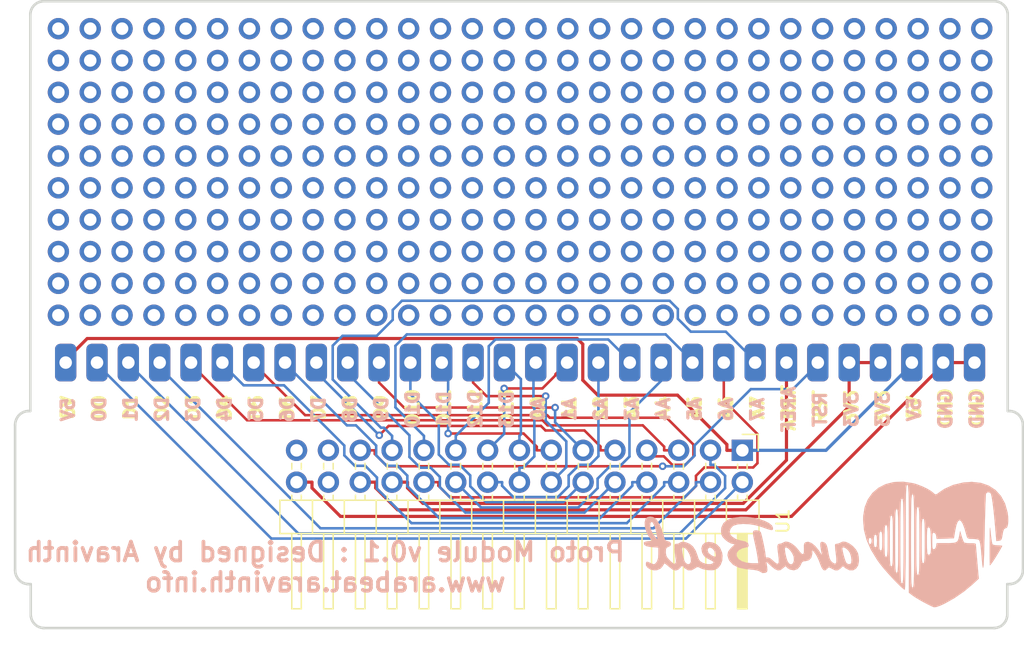
<source format=kicad_pcb>
(kicad_pcb (version 20171130) (host pcbnew "(5.0.1-3-g963ef8bb5)")

  (general
    (thickness 1.6)
    (drawings 265)
    (tracks 243)
    (zones 0)
    (modules 4)
    (nets 28)
  )

  (page A4)
  (layers
    (0 F.Cu mixed)
    (31 B.Cu mixed)
    (32 B.Adhes user)
    (33 F.Adhes user)
    (34 B.Paste user)
    (35 F.Paste user)
    (36 B.SilkS user)
    (37 F.SilkS user)
    (38 B.Mask user)
    (39 F.Mask user)
    (40 Dwgs.User user)
    (41 Cmts.User user)
    (42 Eco1.User user)
    (43 Eco2.User user)
    (44 Edge.Cuts user)
    (45 Margin user)
    (46 B.CrtYd user)
    (47 F.CrtYd user)
    (48 B.Fab user)
    (49 F.Fab user)
  )

  (setup
    (last_trace_width 0.25)
    (user_trace_width 0.1524)
    (user_trace_width 0.2032)
    (user_trace_width 0.254)
    (trace_clearance 0.2)
    (zone_clearance 0.254)
    (zone_45_only no)
    (trace_min 0.1524)
    (segment_width 0.2)
    (edge_width 0.1)
    (via_size 0.8)
    (via_drill 0.4)
    (via_min_size 0.6)
    (via_min_drill 0.3)
    (uvia_size 0.3)
    (uvia_drill 0.1)
    (uvias_allowed no)
    (uvia_min_size 0.2)
    (uvia_min_drill 0.1)
    (pcb_text_width 0.3)
    (pcb_text_size 1.5 1.5)
    (mod_edge_width 0.15)
    (mod_text_size 1 1)
    (mod_text_width 0.15)
    (pad_size 1.5 1.5)
    (pad_drill 0.6)
    (pad_to_mask_clearance 0)
    (solder_mask_min_width 0.25)
    (aux_axis_origin 0 0)
    (visible_elements FFFFF77F)
    (pcbplotparams
      (layerselection 0x010f0_ffffffff)
      (usegerberextensions true)
      (usegerberattributes false)
      (usegerberadvancedattributes false)
      (creategerberjobfile false)
      (excludeedgelayer true)
      (linewidth 0.100000)
      (plotframeref false)
      (viasonmask false)
      (mode 1)
      (useauxorigin false)
      (hpglpennumber 1)
      (hpglpenspeed 20)
      (hpglpendiameter 15.000000)
      (psnegative false)
      (psa4output false)
      (plotreference true)
      (plotvalue true)
      (plotinvisibletext false)
      (padsonsilk false)
      (subtractmaskfromsilk true)
      (outputformat 1)
      (mirror false)
      (drillshape 0)
      (scaleselection 1)
      (outputdirectory "gerber/"))
  )

  (net 0 "")
  (net 1 D7)
  (net 2 5V)
  (net 3 GND)
  (net 4 D2)
  (net 5 D3)
  (net 6 D11)
  (net 7 D12)
  (net 8 D13)
  (net 9 D1)
  (net 10 D0)
  (net 11 D4)
  (net 12 D5)
  (net 13 D6)
  (net 14 D8)
  (net 15 D9)
  (net 16 D10)
  (net 17 A0)
  (net 18 A1)
  (net 19 A2)
  (net 20 A3)
  (net 21 A4)
  (net 22 A5)
  (net 23 A6)
  (net 24 A7)
  (net 25 AREF)
  (net 26 RST)
  (net 27 3V3)

  (net_class Default "This is the default net class."
    (clearance 0.2)
    (trace_width 0.25)
    (via_dia 0.8)
    (via_drill 0.4)
    (uvia_dia 0.3)
    (uvia_drill 0.1)
  )

  (net_class PWR ""
    (clearance 0.254)
    (trace_width 0.254)
    (via_dia 0.6)
    (via_drill 0.3)
    (uvia_dia 0.3)
    (uvia_drill 0.1)
    (add_net 3V3)
    (add_net 5V)
    (add_net AREF)
    (add_net GND)
  )

  (net_class SIGNAL ""
    (clearance 0.2032)
    (trace_width 0.2032)
    (via_dia 0.6)
    (via_drill 0.3)
    (uvia_dia 0.3)
    (uvia_drill 0.1)
    (add_net A0)
    (add_net A1)
    (add_net A2)
    (add_net A3)
    (add_net A4)
    (add_net A5)
    (add_net A6)
    (add_net A7)
    (add_net D0)
    (add_net D1)
    (add_net D10)
    (add_net D11)
    (add_net D12)
    (add_net D13)
    (add_net D2)
    (add_net D3)
    (add_net D4)
    (add_net D5)
    (add_net D6)
    (add_net D7)
    (add_net D8)
    (add_net D9)
    (add_net RST)
  )

  (module ARABEAT:PERF-PADS (layer F.Cu) (tedit 5C73B2CC) (tstamp 5C9BC437)
    (at 104.212 129)
    (path /5C73C396)
    (fp_text reference J1 (at -4.39 2.318 90) (layer F.Fab)
      (effects (font (size 1 1) (thickness 0.15)))
    )
    (fp_text value Conn_01x30 (at -4.39 -4.54 90) (layer F.Fab)
      (effects (font (size 1 1) (thickness 0.15)))
    )
    (pad 30 thru_hole roundrect (at 72.5 0) (size 1.7 3) (drill 1) (layers *.Cu *.Mask) (roundrect_rratio 0.25)
      (net 3 GND))
    (pad 29 thru_hole roundrect (at 70 0) (size 1.7 3) (drill 1) (layers *.Cu *.Mask) (roundrect_rratio 0.25)
      (net 3 GND))
    (pad 28 thru_hole roundrect (at 67.5 0) (size 1.7 3) (drill 1) (layers *.Cu *.Mask) (roundrect_rratio 0.25)
      (net 2 5V))
    (pad 27 thru_hole roundrect (at 65 0) (size 1.7 3) (drill 1) (layers *.Cu *.Mask) (roundrect_rratio 0.25)
      (net 27 3V3))
    (pad 26 thru_hole roundrect (at 62.5 0) (size 1.7 3) (drill 1) (layers *.Cu *.Mask) (roundrect_rratio 0.25)
      (net 27 3V3))
    (pad 25 thru_hole roundrect (at 60 0) (size 1.7 3) (drill 1) (layers *.Cu *.Mask) (roundrect_rratio 0.25)
      (net 26 RST))
    (pad 24 thru_hole roundrect (at 57.5 0) (size 1.7 3) (drill 1) (layers *.Cu *.Mask) (roundrect_rratio 0.25)
      (net 25 AREF))
    (pad 23 thru_hole roundrect (at 55 0) (size 1.7 3) (drill 1) (layers *.Cu *.Mask) (roundrect_rratio 0.25)
      (net 24 A7))
    (pad 22 thru_hole roundrect (at 52.5 0) (size 1.7 3) (drill 1) (layers *.Cu *.Mask) (roundrect_rratio 0.25)
      (net 23 A6))
    (pad 21 thru_hole roundrect (at 50 0) (size 1.7 3) (drill 1) (layers *.Cu *.Mask) (roundrect_rratio 0.25)
      (net 22 A5))
    (pad 20 thru_hole roundrect (at 47.5 0) (size 1.7 3) (drill 1) (layers *.Cu *.Mask) (roundrect_rratio 0.25)
      (net 21 A4))
    (pad 19 thru_hole roundrect (at 45 0) (size 1.7 3) (drill 1) (layers *.Cu *.Mask) (roundrect_rratio 0.25)
      (net 20 A3))
    (pad 18 thru_hole roundrect (at 42.5 0) (size 1.7 3) (drill 1) (layers *.Cu *.Mask) (roundrect_rratio 0.25)
      (net 19 A2))
    (pad 17 thru_hole roundrect (at 40 0) (size 1.7 3) (drill 1) (layers *.Cu *.Mask) (roundrect_rratio 0.25)
      (net 18 A1))
    (pad 16 thru_hole roundrect (at 37.5 0) (size 1.7 3) (drill 1) (layers *.Cu *.Mask) (roundrect_rratio 0.25)
      (net 17 A0))
    (pad 15 thru_hole roundrect (at 35 0) (size 1.7 3) (drill 1) (layers *.Cu *.Mask) (roundrect_rratio 0.25)
      (net 8 D13))
    (pad 14 thru_hole roundrect (at 32.5 0) (size 1.7 3) (drill 1) (layers *.Cu *.Mask) (roundrect_rratio 0.25)
      (net 7 D12))
    (pad 13 thru_hole roundrect (at 30 0) (size 1.7 3) (drill 1) (layers *.Cu *.Mask) (roundrect_rratio 0.25)
      (net 6 D11))
    (pad 12 thru_hole roundrect (at 27.5 0) (size 1.7 3) (drill 1) (layers *.Cu *.Mask) (roundrect_rratio 0.25)
      (net 16 D10))
    (pad 11 thru_hole roundrect (at 25 0) (size 1.7 3) (drill 1) (layers *.Cu *.Mask) (roundrect_rratio 0.25)
      (net 15 D9))
    (pad 10 thru_hole roundrect (at 22.5 0) (size 1.7 3) (drill 1) (layers *.Cu *.Mask) (roundrect_rratio 0.25)
      (net 14 D8))
    (pad 9 thru_hole roundrect (at 20 0) (size 1.7 3) (drill 1) (layers *.Cu *.Mask) (roundrect_rratio 0.25)
      (net 1 D7))
    (pad 8 thru_hole roundrect (at 17.5 0) (size 1.7 3) (drill 1) (layers *.Cu *.Mask) (roundrect_rratio 0.25)
      (net 13 D6))
    (pad 7 thru_hole roundrect (at 15 0) (size 1.7 3) (drill 1) (layers *.Cu *.Mask) (roundrect_rratio 0.25)
      (net 12 D5))
    (pad 6 thru_hole roundrect (at 12.5 0) (size 1.7 3) (drill 1) (layers *.Cu *.Mask) (roundrect_rratio 0.25)
      (net 11 D4))
    (pad 5 thru_hole roundrect (at 10 0) (size 1.7 3) (drill 1) (layers *.Cu *.Mask) (roundrect_rratio 0.25)
      (net 5 D3))
    (pad 4 thru_hole roundrect (at 7.5 0) (size 1.7 3) (drill 1) (layers *.Cu *.Mask) (roundrect_rratio 0.25)
      (net 4 D2))
    (pad 3 thru_hole roundrect (at 5 0) (size 1.7 3) (drill 1) (layers *.Cu *.Mask) (roundrect_rratio 0.25)
      (net 9 D1))
    (pad 2 thru_hole roundrect (at 2.5 0) (size 1.7 3) (drill 1) (layers *.Cu *.Mask) (roundrect_rratio 0.25)
      (net 10 D0))
    (pad 1 thru_hole roundrect (at 0 0) (size 1.7 3) (drill 1) (layers *.Cu *.Mask) (roundrect_rratio 0.25)
      (net 2 5V))
  )

  (module Connector_PinHeader_2.54mm:PinHeader_2x15_P2.54mm_Horizontal (layer F.Cu) (tedit 59FED5CB) (tstamp 5C648354)
    (at 158.191 136 270)
    (descr "Through hole angled pin header, 2x15, 2.54mm pitch, 6mm pin length, double rows")
    (tags "Through hole angled pin header THT 2x15 2.54mm double row")
    (path /5C649CA8)
    (fp_text reference U1 (at 5.65404 -3.24104 270) (layer F.SilkS)
      (effects (font (size 1 1) (thickness 0.15)))
    )
    (fp_text value 02x15_PIN_HEADER_SOCKET (at 15.638 17.729) (layer F.Fab)
      (effects (font (size 1 1) (thickness 0.15)))
    )
    (fp_text user %R (at 5.31 17.78) (layer F.Fab)
      (effects (font (size 1 1) (thickness 0.15)))
    )
    (fp_line (start 13.1 -1.8) (end -1.8 -1.8) (layer F.CrtYd) (width 0.05))
    (fp_line (start 13.1 37.35) (end 13.1 -1.8) (layer F.CrtYd) (width 0.05))
    (fp_line (start -1.8 37.35) (end 13.1 37.35) (layer F.CrtYd) (width 0.05))
    (fp_line (start -1.8 -1.8) (end -1.8 37.35) (layer F.CrtYd) (width 0.05))
    (fp_line (start -1.27 -1.27) (end 0 -1.27) (layer F.SilkS) (width 0.12))
    (fp_line (start -1.27 0) (end -1.27 -1.27) (layer F.SilkS) (width 0.12))
    (fp_line (start 1.042929 35.94) (end 1.497071 35.94) (layer F.SilkS) (width 0.12))
    (fp_line (start 1.042929 35.18) (end 1.497071 35.18) (layer F.SilkS) (width 0.12))
    (fp_line (start 3.582929 35.94) (end 3.98 35.94) (layer F.SilkS) (width 0.12))
    (fp_line (start 3.582929 35.18) (end 3.98 35.18) (layer F.SilkS) (width 0.12))
    (fp_line (start 12.64 35.94) (end 6.64 35.94) (layer F.SilkS) (width 0.12))
    (fp_line (start 12.64 35.18) (end 12.64 35.94) (layer F.SilkS) (width 0.12))
    (fp_line (start 6.64 35.18) (end 12.64 35.18) (layer F.SilkS) (width 0.12))
    (fp_line (start 3.98 34.29) (end 6.64 34.29) (layer F.SilkS) (width 0.12))
    (fp_line (start 1.042929 33.4) (end 1.497071 33.4) (layer F.SilkS) (width 0.12))
    (fp_line (start 1.042929 32.64) (end 1.497071 32.64) (layer F.SilkS) (width 0.12))
    (fp_line (start 3.582929 33.4) (end 3.98 33.4) (layer F.SilkS) (width 0.12))
    (fp_line (start 3.582929 32.64) (end 3.98 32.64) (layer F.SilkS) (width 0.12))
    (fp_line (start 12.64 33.4) (end 6.64 33.4) (layer F.SilkS) (width 0.12))
    (fp_line (start 12.64 32.64) (end 12.64 33.4) (layer F.SilkS) (width 0.12))
    (fp_line (start 6.64 32.64) (end 12.64 32.64) (layer F.SilkS) (width 0.12))
    (fp_line (start 3.98 31.75) (end 6.64 31.75) (layer F.SilkS) (width 0.12))
    (fp_line (start 1.042929 30.86) (end 1.497071 30.86) (layer F.SilkS) (width 0.12))
    (fp_line (start 1.042929 30.1) (end 1.497071 30.1) (layer F.SilkS) (width 0.12))
    (fp_line (start 3.582929 30.86) (end 3.98 30.86) (layer F.SilkS) (width 0.12))
    (fp_line (start 3.582929 30.1) (end 3.98 30.1) (layer F.SilkS) (width 0.12))
    (fp_line (start 12.64 30.86) (end 6.64 30.86) (layer F.SilkS) (width 0.12))
    (fp_line (start 12.64 30.1) (end 12.64 30.86) (layer F.SilkS) (width 0.12))
    (fp_line (start 6.64 30.1) (end 12.64 30.1) (layer F.SilkS) (width 0.12))
    (fp_line (start 3.98 29.21) (end 6.64 29.21) (layer F.SilkS) (width 0.12))
    (fp_line (start 1.042929 28.32) (end 1.497071 28.32) (layer F.SilkS) (width 0.12))
    (fp_line (start 1.042929 27.56) (end 1.497071 27.56) (layer F.SilkS) (width 0.12))
    (fp_line (start 3.582929 28.32) (end 3.98 28.32) (layer F.SilkS) (width 0.12))
    (fp_line (start 3.582929 27.56) (end 3.98 27.56) (layer F.SilkS) (width 0.12))
    (fp_line (start 12.64 28.32) (end 6.64 28.32) (layer F.SilkS) (width 0.12))
    (fp_line (start 12.64 27.56) (end 12.64 28.32) (layer F.SilkS) (width 0.12))
    (fp_line (start 6.64 27.56) (end 12.64 27.56) (layer F.SilkS) (width 0.12))
    (fp_line (start 3.98 26.67) (end 6.64 26.67) (layer F.SilkS) (width 0.12))
    (fp_line (start 1.042929 25.78) (end 1.497071 25.78) (layer F.SilkS) (width 0.12))
    (fp_line (start 1.042929 25.02) (end 1.497071 25.02) (layer F.SilkS) (width 0.12))
    (fp_line (start 3.582929 25.78) (end 3.98 25.78) (layer F.SilkS) (width 0.12))
    (fp_line (start 3.582929 25.02) (end 3.98 25.02) (layer F.SilkS) (width 0.12))
    (fp_line (start 12.64 25.78) (end 6.64 25.78) (layer F.SilkS) (width 0.12))
    (fp_line (start 12.64 25.02) (end 12.64 25.78) (layer F.SilkS) (width 0.12))
    (fp_line (start 6.64 25.02) (end 12.64 25.02) (layer F.SilkS) (width 0.12))
    (fp_line (start 3.98 24.13) (end 6.64 24.13) (layer F.SilkS) (width 0.12))
    (fp_line (start 1.042929 23.24) (end 1.497071 23.24) (layer F.SilkS) (width 0.12))
    (fp_line (start 1.042929 22.48) (end 1.497071 22.48) (layer F.SilkS) (width 0.12))
    (fp_line (start 3.582929 23.24) (end 3.98 23.24) (layer F.SilkS) (width 0.12))
    (fp_line (start 3.582929 22.48) (end 3.98 22.48) (layer F.SilkS) (width 0.12))
    (fp_line (start 12.64 23.24) (end 6.64 23.24) (layer F.SilkS) (width 0.12))
    (fp_line (start 12.64 22.48) (end 12.64 23.24) (layer F.SilkS) (width 0.12))
    (fp_line (start 6.64 22.48) (end 12.64 22.48) (layer F.SilkS) (width 0.12))
    (fp_line (start 3.98 21.59) (end 6.64 21.59) (layer F.SilkS) (width 0.12))
    (fp_line (start 1.042929 20.7) (end 1.497071 20.7) (layer F.SilkS) (width 0.12))
    (fp_line (start 1.042929 19.94) (end 1.497071 19.94) (layer F.SilkS) (width 0.12))
    (fp_line (start 3.582929 20.7) (end 3.98 20.7) (layer F.SilkS) (width 0.12))
    (fp_line (start 3.582929 19.94) (end 3.98 19.94) (layer F.SilkS) (width 0.12))
    (fp_line (start 12.64 20.7) (end 6.64 20.7) (layer F.SilkS) (width 0.12))
    (fp_line (start 12.64 19.94) (end 12.64 20.7) (layer F.SilkS) (width 0.12))
    (fp_line (start 6.64 19.94) (end 12.64 19.94) (layer F.SilkS) (width 0.12))
    (fp_line (start 3.98 19.05) (end 6.64 19.05) (layer F.SilkS) (width 0.12))
    (fp_line (start 1.042929 18.16) (end 1.497071 18.16) (layer F.SilkS) (width 0.12))
    (fp_line (start 1.042929 17.4) (end 1.497071 17.4) (layer F.SilkS) (width 0.12))
    (fp_line (start 3.582929 18.16) (end 3.98 18.16) (layer F.SilkS) (width 0.12))
    (fp_line (start 3.582929 17.4) (end 3.98 17.4) (layer F.SilkS) (width 0.12))
    (fp_line (start 12.64 18.16) (end 6.64 18.16) (layer F.SilkS) (width 0.12))
    (fp_line (start 12.64 17.4) (end 12.64 18.16) (layer F.SilkS) (width 0.12))
    (fp_line (start 6.64 17.4) (end 12.64 17.4) (layer F.SilkS) (width 0.12))
    (fp_line (start 3.98 16.51) (end 6.64 16.51) (layer F.SilkS) (width 0.12))
    (fp_line (start 1.042929 15.62) (end 1.497071 15.62) (layer F.SilkS) (width 0.12))
    (fp_line (start 1.042929 14.86) (end 1.497071 14.86) (layer F.SilkS) (width 0.12))
    (fp_line (start 3.582929 15.62) (end 3.98 15.62) (layer F.SilkS) (width 0.12))
    (fp_line (start 3.582929 14.86) (end 3.98 14.86) (layer F.SilkS) (width 0.12))
    (fp_line (start 12.64 15.62) (end 6.64 15.62) (layer F.SilkS) (width 0.12))
    (fp_line (start 12.64 14.86) (end 12.64 15.62) (layer F.SilkS) (width 0.12))
    (fp_line (start 6.64 14.86) (end 12.64 14.86) (layer F.SilkS) (width 0.12))
    (fp_line (start 3.98 13.97) (end 6.64 13.97) (layer F.SilkS) (width 0.12))
    (fp_line (start 1.042929 13.08) (end 1.497071 13.08) (layer F.SilkS) (width 0.12))
    (fp_line (start 1.042929 12.32) (end 1.497071 12.32) (layer F.SilkS) (width 0.12))
    (fp_line (start 3.582929 13.08) (end 3.98 13.08) (layer F.SilkS) (width 0.12))
    (fp_line (start 3.582929 12.32) (end 3.98 12.32) (layer F.SilkS) (width 0.12))
    (fp_line (start 12.64 13.08) (end 6.64 13.08) (layer F.SilkS) (width 0.12))
    (fp_line (start 12.64 12.32) (end 12.64 13.08) (layer F.SilkS) (width 0.12))
    (fp_line (start 6.64 12.32) (end 12.64 12.32) (layer F.SilkS) (width 0.12))
    (fp_line (start 3.98 11.43) (end 6.64 11.43) (layer F.SilkS) (width 0.12))
    (fp_line (start 1.042929 10.54) (end 1.497071 10.54) (layer F.SilkS) (width 0.12))
    (fp_line (start 1.042929 9.78) (end 1.497071 9.78) (layer F.SilkS) (width 0.12))
    (fp_line (start 3.582929 10.54) (end 3.98 10.54) (layer F.SilkS) (width 0.12))
    (fp_line (start 3.582929 9.78) (end 3.98 9.78) (layer F.SilkS) (width 0.12))
    (fp_line (start 12.64 10.54) (end 6.64 10.54) (layer F.SilkS) (width 0.12))
    (fp_line (start 12.64 9.78) (end 12.64 10.54) (layer F.SilkS) (width 0.12))
    (fp_line (start 6.64 9.78) (end 12.64 9.78) (layer F.SilkS) (width 0.12))
    (fp_line (start 3.98 8.89) (end 6.64 8.89) (layer F.SilkS) (width 0.12))
    (fp_line (start 1.042929 8) (end 1.497071 8) (layer F.SilkS) (width 0.12))
    (fp_line (start 1.042929 7.24) (end 1.497071 7.24) (layer F.SilkS) (width 0.12))
    (fp_line (start 3.582929 8) (end 3.98 8) (layer F.SilkS) (width 0.12))
    (fp_line (start 3.582929 7.24) (end 3.98 7.24) (layer F.SilkS) (width 0.12))
    (fp_line (start 12.64 8) (end 6.64 8) (layer F.SilkS) (width 0.12))
    (fp_line (start 12.64 7.24) (end 12.64 8) (layer F.SilkS) (width 0.12))
    (fp_line (start 6.64 7.24) (end 12.64 7.24) (layer F.SilkS) (width 0.12))
    (fp_line (start 3.98 6.35) (end 6.64 6.35) (layer F.SilkS) (width 0.12))
    (fp_line (start 1.042929 5.46) (end 1.497071 5.46) (layer F.SilkS) (width 0.12))
    (fp_line (start 1.042929 4.7) (end 1.497071 4.7) (layer F.SilkS) (width 0.12))
    (fp_line (start 3.582929 5.46) (end 3.98 5.46) (layer F.SilkS) (width 0.12))
    (fp_line (start 3.582929 4.7) (end 3.98 4.7) (layer F.SilkS) (width 0.12))
    (fp_line (start 12.64 5.46) (end 6.64 5.46) (layer F.SilkS) (width 0.12))
    (fp_line (start 12.64 4.7) (end 12.64 5.46) (layer F.SilkS) (width 0.12))
    (fp_line (start 6.64 4.7) (end 12.64 4.7) (layer F.SilkS) (width 0.12))
    (fp_line (start 3.98 3.81) (end 6.64 3.81) (layer F.SilkS) (width 0.12))
    (fp_line (start 1.042929 2.92) (end 1.497071 2.92) (layer F.SilkS) (width 0.12))
    (fp_line (start 1.042929 2.16) (end 1.497071 2.16) (layer F.SilkS) (width 0.12))
    (fp_line (start 3.582929 2.92) (end 3.98 2.92) (layer F.SilkS) (width 0.12))
    (fp_line (start 3.582929 2.16) (end 3.98 2.16) (layer F.SilkS) (width 0.12))
    (fp_line (start 12.64 2.92) (end 6.64 2.92) (layer F.SilkS) (width 0.12))
    (fp_line (start 12.64 2.16) (end 12.64 2.92) (layer F.SilkS) (width 0.12))
    (fp_line (start 6.64 2.16) (end 12.64 2.16) (layer F.SilkS) (width 0.12))
    (fp_line (start 3.98 1.27) (end 6.64 1.27) (layer F.SilkS) (width 0.12))
    (fp_line (start 1.11 0.38) (end 1.497071 0.38) (layer F.SilkS) (width 0.12))
    (fp_line (start 1.11 -0.38) (end 1.497071 -0.38) (layer F.SilkS) (width 0.12))
    (fp_line (start 3.582929 0.38) (end 3.98 0.38) (layer F.SilkS) (width 0.12))
    (fp_line (start 3.582929 -0.38) (end 3.98 -0.38) (layer F.SilkS) (width 0.12))
    (fp_line (start 6.64 0.28) (end 12.64 0.28) (layer F.SilkS) (width 0.12))
    (fp_line (start 6.64 0.16) (end 12.64 0.16) (layer F.SilkS) (width 0.12))
    (fp_line (start 6.64 0.04) (end 12.64 0.04) (layer F.SilkS) (width 0.12))
    (fp_line (start 6.64 -0.08) (end 12.64 -0.08) (layer F.SilkS) (width 0.12))
    (fp_line (start 6.64 -0.2) (end 12.64 -0.2) (layer F.SilkS) (width 0.12))
    (fp_line (start 6.64 -0.32) (end 12.64 -0.32) (layer F.SilkS) (width 0.12))
    (fp_line (start 12.64 0.38) (end 6.64 0.38) (layer F.SilkS) (width 0.12))
    (fp_line (start 12.64 -0.38) (end 12.64 0.38) (layer F.SilkS) (width 0.12))
    (fp_line (start 6.64 -0.38) (end 12.64 -0.38) (layer F.SilkS) (width 0.12))
    (fp_line (start 6.64 -1.33) (end 3.98 -1.33) (layer F.SilkS) (width 0.12))
    (fp_line (start 6.64 36.89) (end 6.64 -1.33) (layer F.SilkS) (width 0.12))
    (fp_line (start 3.98 36.89) (end 6.64 36.89) (layer F.SilkS) (width 0.12))
    (fp_line (start 3.98 -1.33) (end 3.98 36.89) (layer F.SilkS) (width 0.12))
    (fp_line (start 6.58 35.88) (end 12.58 35.88) (layer F.Fab) (width 0.1))
    (fp_line (start 12.58 35.24) (end 12.58 35.88) (layer F.Fab) (width 0.1))
    (fp_line (start 6.58 35.24) (end 12.58 35.24) (layer F.Fab) (width 0.1))
    (fp_line (start -0.32 35.88) (end 4.04 35.88) (layer F.Fab) (width 0.1))
    (fp_line (start -0.32 35.24) (end -0.32 35.88) (layer F.Fab) (width 0.1))
    (fp_line (start -0.32 35.24) (end 4.04 35.24) (layer F.Fab) (width 0.1))
    (fp_line (start 6.58 33.34) (end 12.58 33.34) (layer F.Fab) (width 0.1))
    (fp_line (start 12.58 32.7) (end 12.58 33.34) (layer F.Fab) (width 0.1))
    (fp_line (start 6.58 32.7) (end 12.58 32.7) (layer F.Fab) (width 0.1))
    (fp_line (start -0.32 33.34) (end 4.04 33.34) (layer F.Fab) (width 0.1))
    (fp_line (start -0.32 32.7) (end -0.32 33.34) (layer F.Fab) (width 0.1))
    (fp_line (start -0.32 32.7) (end 4.04 32.7) (layer F.Fab) (width 0.1))
    (fp_line (start 6.58 30.8) (end 12.58 30.8) (layer F.Fab) (width 0.1))
    (fp_line (start 12.58 30.16) (end 12.58 30.8) (layer F.Fab) (width 0.1))
    (fp_line (start 6.58 30.16) (end 12.58 30.16) (layer F.Fab) (width 0.1))
    (fp_line (start -0.32 30.8) (end 4.04 30.8) (layer F.Fab) (width 0.1))
    (fp_line (start -0.32 30.16) (end -0.32 30.8) (layer F.Fab) (width 0.1))
    (fp_line (start -0.32 30.16) (end 4.04 30.16) (layer F.Fab) (width 0.1))
    (fp_line (start 6.58 28.26) (end 12.58 28.26) (layer F.Fab) (width 0.1))
    (fp_line (start 12.58 27.62) (end 12.58 28.26) (layer F.Fab) (width 0.1))
    (fp_line (start 6.58 27.62) (end 12.58 27.62) (layer F.Fab) (width 0.1))
    (fp_line (start -0.32 28.26) (end 4.04 28.26) (layer F.Fab) (width 0.1))
    (fp_line (start -0.32 27.62) (end -0.32 28.26) (layer F.Fab) (width 0.1))
    (fp_line (start -0.32 27.62) (end 4.04 27.62) (layer F.Fab) (width 0.1))
    (fp_line (start 6.58 25.72) (end 12.58 25.72) (layer F.Fab) (width 0.1))
    (fp_line (start 12.58 25.08) (end 12.58 25.72) (layer F.Fab) (width 0.1))
    (fp_line (start 6.58 25.08) (end 12.58 25.08) (layer F.Fab) (width 0.1))
    (fp_line (start -0.32 25.72) (end 4.04 25.72) (layer F.Fab) (width 0.1))
    (fp_line (start -0.32 25.08) (end -0.32 25.72) (layer F.Fab) (width 0.1))
    (fp_line (start -0.32 25.08) (end 4.04 25.08) (layer F.Fab) (width 0.1))
    (fp_line (start 6.58 23.18) (end 12.58 23.18) (layer F.Fab) (width 0.1))
    (fp_line (start 12.58 22.54) (end 12.58 23.18) (layer F.Fab) (width 0.1))
    (fp_line (start 6.58 22.54) (end 12.58 22.54) (layer F.Fab) (width 0.1))
    (fp_line (start -0.32 23.18) (end 4.04 23.18) (layer F.Fab) (width 0.1))
    (fp_line (start -0.32 22.54) (end -0.32 23.18) (layer F.Fab) (width 0.1))
    (fp_line (start -0.32 22.54) (end 4.04 22.54) (layer F.Fab) (width 0.1))
    (fp_line (start 6.58 20.64) (end 12.58 20.64) (layer F.Fab) (width 0.1))
    (fp_line (start 12.58 20) (end 12.58 20.64) (layer F.Fab) (width 0.1))
    (fp_line (start 6.58 20) (end 12.58 20) (layer F.Fab) (width 0.1))
    (fp_line (start -0.32 20.64) (end 4.04 20.64) (layer F.Fab) (width 0.1))
    (fp_line (start -0.32 20) (end -0.32 20.64) (layer F.Fab) (width 0.1))
    (fp_line (start -0.32 20) (end 4.04 20) (layer F.Fab) (width 0.1))
    (fp_line (start 6.58 18.1) (end 12.58 18.1) (layer F.Fab) (width 0.1))
    (fp_line (start 12.58 17.46) (end 12.58 18.1) (layer F.Fab) (width 0.1))
    (fp_line (start 6.58 17.46) (end 12.58 17.46) (layer F.Fab) (width 0.1))
    (fp_line (start -0.32 18.1) (end 4.04 18.1) (layer F.Fab) (width 0.1))
    (fp_line (start -0.32 17.46) (end -0.32 18.1) (layer F.Fab) (width 0.1))
    (fp_line (start -0.32 17.46) (end 4.04 17.46) (layer F.Fab) (width 0.1))
    (fp_line (start 6.58 15.56) (end 12.58 15.56) (layer F.Fab) (width 0.1))
    (fp_line (start 12.58 14.92) (end 12.58 15.56) (layer F.Fab) (width 0.1))
    (fp_line (start 6.58 14.92) (end 12.58 14.92) (layer F.Fab) (width 0.1))
    (fp_line (start -0.32 15.56) (end 4.04 15.56) (layer F.Fab) (width 0.1))
    (fp_line (start -0.32 14.92) (end -0.32 15.56) (layer F.Fab) (width 0.1))
    (fp_line (start -0.32 14.92) (end 4.04 14.92) (layer F.Fab) (width 0.1))
    (fp_line (start 6.58 13.02) (end 12.58 13.02) (layer F.Fab) (width 0.1))
    (fp_line (start 12.58 12.38) (end 12.58 13.02) (layer F.Fab) (width 0.1))
    (fp_line (start 6.58 12.38) (end 12.58 12.38) (layer F.Fab) (width 0.1))
    (fp_line (start -0.32 13.02) (end 4.04 13.02) (layer F.Fab) (width 0.1))
    (fp_line (start -0.32 12.38) (end -0.32 13.02) (layer F.Fab) (width 0.1))
    (fp_line (start -0.32 12.38) (end 4.04 12.38) (layer F.Fab) (width 0.1))
    (fp_line (start 6.58 10.48) (end 12.58 10.48) (layer F.Fab) (width 0.1))
    (fp_line (start 12.58 9.84) (end 12.58 10.48) (layer F.Fab) (width 0.1))
    (fp_line (start 6.58 9.84) (end 12.58 9.84) (layer F.Fab) (width 0.1))
    (fp_line (start -0.32 10.48) (end 4.04 10.48) (layer F.Fab) (width 0.1))
    (fp_line (start -0.32 9.84) (end -0.32 10.48) (layer F.Fab) (width 0.1))
    (fp_line (start -0.32 9.84) (end 4.04 9.84) (layer F.Fab) (width 0.1))
    (fp_line (start 6.58 7.94) (end 12.58 7.94) (layer F.Fab) (width 0.1))
    (fp_line (start 12.58 7.3) (end 12.58 7.94) (layer F.Fab) (width 0.1))
    (fp_line (start 6.58 7.3) (end 12.58 7.3) (layer F.Fab) (width 0.1))
    (fp_line (start -0.32 7.94) (end 4.04 7.94) (layer F.Fab) (width 0.1))
    (fp_line (start -0.32 7.3) (end -0.32 7.94) (layer F.Fab) (width 0.1))
    (fp_line (start -0.32 7.3) (end 4.04 7.3) (layer F.Fab) (width 0.1))
    (fp_line (start 6.58 5.4) (end 12.58 5.4) (layer F.Fab) (width 0.1))
    (fp_line (start 12.58 4.76) (end 12.58 5.4) (layer F.Fab) (width 0.1))
    (fp_line (start 6.58 4.76) (end 12.58 4.76) (layer F.Fab) (width 0.1))
    (fp_line (start -0.32 5.4) (end 4.04 5.4) (layer F.Fab) (width 0.1))
    (fp_line (start -0.32 4.76) (end -0.32 5.4) (layer F.Fab) (width 0.1))
    (fp_line (start -0.32 4.76) (end 4.04 4.76) (layer F.Fab) (width 0.1))
    (fp_line (start 6.58 2.86) (end 12.58 2.86) (layer F.Fab) (width 0.1))
    (fp_line (start 12.58 2.22) (end 12.58 2.86) (layer F.Fab) (width 0.1))
    (fp_line (start 6.58 2.22) (end 12.58 2.22) (layer F.Fab) (width 0.1))
    (fp_line (start -0.32 2.86) (end 4.04 2.86) (layer F.Fab) (width 0.1))
    (fp_line (start -0.32 2.22) (end -0.32 2.86) (layer F.Fab) (width 0.1))
    (fp_line (start -0.32 2.22) (end 4.04 2.22) (layer F.Fab) (width 0.1))
    (fp_line (start 6.58 0.32) (end 12.58 0.32) (layer F.Fab) (width 0.1))
    (fp_line (start 12.58 -0.32) (end 12.58 0.32) (layer F.Fab) (width 0.1))
    (fp_line (start 6.58 -0.32) (end 12.58 -0.32) (layer F.Fab) (width 0.1))
    (fp_line (start -0.32 0.32) (end 4.04 0.32) (layer F.Fab) (width 0.1))
    (fp_line (start -0.32 -0.32) (end -0.32 0.32) (layer F.Fab) (width 0.1))
    (fp_line (start -0.32 -0.32) (end 4.04 -0.32) (layer F.Fab) (width 0.1))
    (fp_line (start 4.04 -0.635) (end 4.675 -1.27) (layer F.Fab) (width 0.1))
    (fp_line (start 4.04 36.83) (end 4.04 -0.635) (layer F.Fab) (width 0.1))
    (fp_line (start 6.58 36.83) (end 4.04 36.83) (layer F.Fab) (width 0.1))
    (fp_line (start 6.58 -1.27) (end 6.58 36.83) (layer F.Fab) (width 0.1))
    (fp_line (start 4.675 -1.27) (end 6.58 -1.27) (layer F.Fab) (width 0.1))
    (pad 30 thru_hole oval (at 2.54 35.56 270) (size 1.7 1.7) (drill 1) (layers *.Cu *.Mask)
      (net 3 GND))
    (pad 29 thru_hole oval (at 0 35.56 270) (size 1.7 1.7) (drill 1) (layers *.Cu *.Mask))
    (pad 28 thru_hole oval (at 2.54 33.02 270) (size 1.7 1.7) (drill 1) (layers *.Cu *.Mask))
    (pad 27 thru_hole oval (at 0 33.02 270) (size 1.7 1.7) (drill 1) (layers *.Cu *.Mask))
    (pad 26 thru_hole oval (at 2.54 30.48 270) (size 1.7 1.7) (drill 1) (layers *.Cu *.Mask)
      (net 27 3V3))
    (pad 25 thru_hole oval (at 0 30.48 270) (size 1.7 1.7) (drill 1) (layers *.Cu *.Mask)
      (net 26 RST))
    (pad 24 thru_hole oval (at 2.54 27.94 270) (size 1.7 1.7) (drill 1) (layers *.Cu *.Mask)
      (net 25 AREF))
    (pad 23 thru_hole oval (at 0 27.94 270) (size 1.7 1.7) (drill 1) (layers *.Cu *.Mask)
      (net 24 A7))
    (pad 22 thru_hole oval (at 2.54 25.4 270) (size 1.7 1.7) (drill 1) (layers *.Cu *.Mask)
      (net 23 A6))
    (pad 21 thru_hole oval (at 0 25.4 270) (size 1.7 1.7) (drill 1) (layers *.Cu *.Mask)
      (net 22 A5))
    (pad 20 thru_hole oval (at 2.54 22.86 270) (size 1.7 1.7) (drill 1) (layers *.Cu *.Mask)
      (net 21 A4))
    (pad 19 thru_hole oval (at 0 22.86 270) (size 1.7 1.7) (drill 1) (layers *.Cu *.Mask)
      (net 20 A3))
    (pad 18 thru_hole oval (at 2.54 20.32 270) (size 1.7 1.7) (drill 1) (layers *.Cu *.Mask)
      (net 19 A2))
    (pad 17 thru_hole oval (at 0 20.32 270) (size 1.7 1.7) (drill 1) (layers *.Cu *.Mask)
      (net 18 A1))
    (pad 16 thru_hole oval (at 2.54 17.78 270) (size 1.7 1.7) (drill 1) (layers *.Cu *.Mask)
      (net 17 A0))
    (pad 15 thru_hole oval (at 0 17.78 270) (size 1.7 1.7) (drill 1) (layers *.Cu *.Mask)
      (net 8 D13))
    (pad 14 thru_hole oval (at 2.54 15.24 270) (size 1.7 1.7) (drill 1) (layers *.Cu *.Mask)
      (net 7 D12))
    (pad 13 thru_hole oval (at 0 15.24 270) (size 1.7 1.7) (drill 1) (layers *.Cu *.Mask)
      (net 6 D11))
    (pad 12 thru_hole oval (at 2.54 12.7 270) (size 1.7 1.7) (drill 1) (layers *.Cu *.Mask)
      (net 16 D10))
    (pad 11 thru_hole oval (at 0 12.7 270) (size 1.7 1.7) (drill 1) (layers *.Cu *.Mask)
      (net 15 D9))
    (pad 10 thru_hole oval (at 2.54 10.16 270) (size 1.7 1.7) (drill 1) (layers *.Cu *.Mask)
      (net 14 D8))
    (pad 9 thru_hole oval (at 0 10.16 270) (size 1.7 1.7) (drill 1) (layers *.Cu *.Mask)
      (net 1 D7))
    (pad 8 thru_hole oval (at 2.54 7.62 270) (size 1.7 1.7) (drill 1) (layers *.Cu *.Mask)
      (net 13 D6))
    (pad 7 thru_hole oval (at 0 7.62 270) (size 1.7 1.7) (drill 1) (layers *.Cu *.Mask)
      (net 12 D5))
    (pad 6 thru_hole oval (at 2.54 5.08 270) (size 1.7 1.7) (drill 1) (layers *.Cu *.Mask)
      (net 11 D4))
    (pad 5 thru_hole oval (at 0 5.08 270) (size 1.7 1.7) (drill 1) (layers *.Cu *.Mask)
      (net 5 D3))
    (pad 4 thru_hole oval (at 2.54 2.54 270) (size 1.7 1.7) (drill 1) (layers *.Cu *.Mask)
      (net 4 D2))
    (pad 3 thru_hole oval (at 0 2.54 270) (size 1.7 1.7) (drill 1) (layers *.Cu *.Mask)
      (net 9 D1))
    (pad 2 thru_hole oval (at 2.54 0 270) (size 1.7 1.7) (drill 1) (layers *.Cu *.Mask)
      (net 10 D0))
    (pad 1 thru_hole rect (at 0 0 270) (size 1.7 1.7) (drill 1) (layers *.Cu *.Mask)
      (net 2 5V))
    (model ${KISYS3DMOD}/Connector_PinHeader_2.54mm.3dshapes/PinHeader_2x15_P2.54mm_Horizontal.wrl
      (at (xyz 0 0 0))
      (scale (xyz 1 1 1))
      (rotate (xyz 0 0 0))
    )
  )

  (module ARABEAT:PERF-BOARD (layer F.Cu) (tedit 5C73B1B7) (tstamp 5CA796BA)
    (at 103.632 102.362)
    (fp_text reference PERF (at -3.81 14.732 90) (layer F.Fab)
      (effects (font (size 1 1) (thickness 0.15)))
    )
    (fp_text value PERF-BOARD (at -3.81 6.604 90) (layer F.Fab)
      (effects (font (size 1 1) (thickness 0.15)))
    )
    (pad 3010 thru_hole oval (at 73.66 22.86) (size 1.7 1.7) (drill oval 1) (layers *.Cu *.Mask))
    (pad 2910 thru_hole oval (at 71.12 22.86) (size 1.7 1.7) (drill oval 1) (layers *.Cu *.Mask))
    (pad 2810 thru_hole oval (at 68.58 22.86) (size 1.7 1.7) (drill oval 1) (layers *.Cu *.Mask))
    (pad 2710 thru_hole oval (at 66.04 22.86) (size 1.7 1.7) (drill oval 1) (layers *.Cu *.Mask))
    (pad 2610 thru_hole oval (at 63.5 22.86) (size 1.7 1.7) (drill oval 1) (layers *.Cu *.Mask))
    (pad 2510 thru_hole oval (at 60.96 22.86) (size 1.7 1.7) (drill oval 1) (layers *.Cu *.Mask))
    (pad 2410 thru_hole oval (at 58.42 22.86) (size 1.7 1.7) (drill oval 1) (layers *.Cu *.Mask))
    (pad 2310 thru_hole oval (at 55.88 22.86) (size 1.7 1.7) (drill oval 1) (layers *.Cu *.Mask))
    (pad 2210 thru_hole oval (at 53.34 22.86) (size 1.7 1.7) (drill oval 1) (layers *.Cu *.Mask))
    (pad 2110 thru_hole oval (at 50.8 22.86) (size 1.7 1.7) (drill oval 1) (layers *.Cu *.Mask))
    (pad 2010 thru_hole oval (at 48.26 22.86) (size 1.7 1.7) (drill oval 1) (layers *.Cu *.Mask))
    (pad 1910 thru_hole oval (at 45.72 22.86) (size 1.7 1.7) (drill oval 1) (layers *.Cu *.Mask))
    (pad 1810 thru_hole oval (at 43.18 22.86) (size 1.7 1.7) (drill oval 1) (layers *.Cu *.Mask))
    (pad 1710 thru_hole oval (at 40.64 22.86) (size 1.7 1.7) (drill oval 1) (layers *.Cu *.Mask))
    (pad 1610 thru_hole oval (at 38.1 22.86) (size 1.7 1.7) (drill oval 1) (layers *.Cu *.Mask))
    (pad 1510 thru_hole oval (at 35.56 22.86) (size 1.7 1.7) (drill oval 1) (layers *.Cu *.Mask))
    (pad 1410 thru_hole oval (at 33.02 22.86) (size 1.7 1.7) (drill oval 1) (layers *.Cu *.Mask))
    (pad 1310 thru_hole oval (at 30.48 22.86) (size 1.7 1.7) (drill oval 1) (layers *.Cu *.Mask))
    (pad 1210 thru_hole oval (at 27.94 22.86) (size 1.7 1.7) (drill oval 1) (layers *.Cu *.Mask))
    (pad 1110 thru_hole oval (at 25.4 22.86) (size 1.7 1.7) (drill oval 1) (layers *.Cu *.Mask))
    (pad 1010 thru_hole oval (at 22.86 22.86) (size 1.7 1.7) (drill oval 1) (layers *.Cu *.Mask))
    (pad 910 thru_hole oval (at 20.32 22.86) (size 1.7 1.7) (drill oval 1) (layers *.Cu *.Mask))
    (pad 810 thru_hole oval (at 17.78 22.86) (size 1.7 1.7) (drill oval 1) (layers *.Cu *.Mask))
    (pad 710 thru_hole oval (at 15.24 22.86) (size 1.7 1.7) (drill oval 1) (layers *.Cu *.Mask))
    (pad 610 thru_hole oval (at 12.7 22.86) (size 1.7 1.7) (drill oval 1) (layers *.Cu *.Mask))
    (pad 510 thru_hole oval (at 10.16 22.86) (size 1.7 1.7) (drill oval 1) (layers *.Cu *.Mask))
    (pad 410 thru_hole oval (at 7.62 22.86) (size 1.7 1.7) (drill oval 1) (layers *.Cu *.Mask))
    (pad 310 thru_hole oval (at 5.08 22.86) (size 1.7 1.7) (drill oval 1) (layers *.Cu *.Mask))
    (pad 210 thru_hole oval (at 2.54 22.86) (size 1.7 1.7) (drill oval 1) (layers *.Cu *.Mask))
    (pad 110 thru_hole oval (at 0 22.86) (size 1.7 1.7) (drill oval 1) (layers *.Cu *.Mask))
    (pad 309 thru_hole oval (at 73.66 20.32) (size 1.7 1.7) (drill oval 1) (layers *.Cu *.Mask))
    (pad 299 thru_hole oval (at 71.12 20.32) (size 1.7 1.7) (drill oval 1) (layers *.Cu *.Mask))
    (pad 289 thru_hole oval (at 68.58 20.32) (size 1.7 1.7) (drill oval 1) (layers *.Cu *.Mask))
    (pad 279 thru_hole oval (at 66.04 20.32) (size 1.7 1.7) (drill oval 1) (layers *.Cu *.Mask))
    (pad 269 thru_hole oval (at 63.5 20.32) (size 1.7 1.7) (drill oval 1) (layers *.Cu *.Mask))
    (pad 259 thru_hole oval (at 60.96 20.32) (size 1.7 1.7) (drill oval 1) (layers *.Cu *.Mask))
    (pad 249 thru_hole oval (at 58.42 20.32) (size 1.7 1.7) (drill oval 1) (layers *.Cu *.Mask))
    (pad 239 thru_hole oval (at 55.88 20.32) (size 1.7 1.7) (drill oval 1) (layers *.Cu *.Mask))
    (pad 229 thru_hole oval (at 53.34 20.32) (size 1.7 1.7) (drill oval 1) (layers *.Cu *.Mask))
    (pad 219 thru_hole oval (at 50.8 20.32) (size 1.7 1.7) (drill oval 1) (layers *.Cu *.Mask))
    (pad 209 thru_hole oval (at 48.26 20.32) (size 1.7 1.7) (drill oval 1) (layers *.Cu *.Mask))
    (pad 199 thru_hole oval (at 45.72 20.32) (size 1.7 1.7) (drill oval 1) (layers *.Cu *.Mask))
    (pad 189 thru_hole oval (at 43.18 20.32) (size 1.7 1.7) (drill oval 1) (layers *.Cu *.Mask))
    (pad 179 thru_hole oval (at 40.64 20.32) (size 1.7 1.7) (drill oval 1) (layers *.Cu *.Mask))
    (pad 169 thru_hole oval (at 38.1 20.32) (size 1.7 1.7) (drill oval 1) (layers *.Cu *.Mask))
    (pad 159 thru_hole oval (at 35.56 20.32) (size 1.7 1.7) (drill oval 1) (layers *.Cu *.Mask))
    (pad 149 thru_hole oval (at 33.02 20.32) (size 1.7 1.7) (drill oval 1) (layers *.Cu *.Mask))
    (pad 139 thru_hole oval (at 30.48 20.32) (size 1.7 1.7) (drill oval 1) (layers *.Cu *.Mask))
    (pad 129 thru_hole oval (at 27.94 20.32) (size 1.7 1.7) (drill oval 1) (layers *.Cu *.Mask))
    (pad 119 thru_hole oval (at 25.4 20.32) (size 1.7 1.7) (drill oval 1) (layers *.Cu *.Mask))
    (pad 109 thru_hole oval (at 22.86 20.32) (size 1.7 1.7) (drill oval 1) (layers *.Cu *.Mask))
    (pad 99 thru_hole oval (at 20.32 20.32) (size 1.7 1.7) (drill oval 1) (layers *.Cu *.Mask))
    (pad 89 thru_hole oval (at 17.78 20.32) (size 1.7 1.7) (drill oval 1) (layers *.Cu *.Mask))
    (pad 79 thru_hole oval (at 15.24 20.32) (size 1.7 1.7) (drill oval 1) (layers *.Cu *.Mask))
    (pad 69 thru_hole oval (at 12.7 20.32) (size 1.7 1.7) (drill oval 1) (layers *.Cu *.Mask))
    (pad 59 thru_hole oval (at 10.16 20.32) (size 1.7 1.7) (drill oval 1) (layers *.Cu *.Mask))
    (pad 49 thru_hole oval (at 7.62 20.32) (size 1.7 1.7) (drill oval 1) (layers *.Cu *.Mask))
    (pad 39 thru_hole oval (at 5.08 20.32) (size 1.7 1.7) (drill oval 1) (layers *.Cu *.Mask))
    (pad 29 thru_hole oval (at 2.54 20.32) (size 1.7 1.7) (drill oval 1) (layers *.Cu *.Mask))
    (pad 19 thru_hole oval (at 0 20.32) (size 1.7 1.7) (drill oval 1) (layers *.Cu *.Mask))
    (pad 308 thru_hole oval (at 73.66 17.78) (size 1.7 1.7) (drill oval 1) (layers *.Cu *.Mask))
    (pad 298 thru_hole oval (at 71.12 17.78) (size 1.7 1.7) (drill oval 1) (layers *.Cu *.Mask))
    (pad 288 thru_hole oval (at 68.58 17.78) (size 1.7 1.7) (drill oval 1) (layers *.Cu *.Mask))
    (pad 278 thru_hole oval (at 66.04 17.78) (size 1.7 1.7) (drill oval 1) (layers *.Cu *.Mask))
    (pad 268 thru_hole oval (at 63.5 17.78) (size 1.7 1.7) (drill oval 1) (layers *.Cu *.Mask))
    (pad 258 thru_hole oval (at 60.96 17.78) (size 1.7 1.7) (drill oval 1) (layers *.Cu *.Mask))
    (pad 248 thru_hole oval (at 58.42 17.78) (size 1.7 1.7) (drill oval 1) (layers *.Cu *.Mask))
    (pad 238 thru_hole oval (at 55.88 17.78) (size 1.7 1.7) (drill oval 1) (layers *.Cu *.Mask))
    (pad 228 thru_hole oval (at 53.34 17.78) (size 1.7 1.7) (drill oval 1) (layers *.Cu *.Mask))
    (pad 218 thru_hole oval (at 50.8 17.78) (size 1.7 1.7) (drill oval 1) (layers *.Cu *.Mask))
    (pad 208 thru_hole oval (at 48.26 17.78) (size 1.7 1.7) (drill oval 1) (layers *.Cu *.Mask))
    (pad 198 thru_hole oval (at 45.72 17.78) (size 1.7 1.7) (drill oval 1) (layers *.Cu *.Mask))
    (pad 188 thru_hole oval (at 43.18 17.78) (size 1.7 1.7) (drill oval 1) (layers *.Cu *.Mask))
    (pad 178 thru_hole oval (at 40.64 17.78) (size 1.7 1.7) (drill oval 1) (layers *.Cu *.Mask))
    (pad 168 thru_hole oval (at 38.1 17.78) (size 1.7 1.7) (drill oval 1) (layers *.Cu *.Mask))
    (pad 158 thru_hole oval (at 35.56 17.78) (size 1.7 1.7) (drill oval 1) (layers *.Cu *.Mask))
    (pad 148 thru_hole oval (at 33.02 17.78) (size 1.7 1.7) (drill oval 1) (layers *.Cu *.Mask))
    (pad 138 thru_hole oval (at 30.48 17.78) (size 1.7 1.7) (drill oval 1) (layers *.Cu *.Mask))
    (pad 128 thru_hole oval (at 27.94 17.78) (size 1.7 1.7) (drill oval 1) (layers *.Cu *.Mask))
    (pad 118 thru_hole oval (at 25.4 17.78) (size 1.7 1.7) (drill oval 1) (layers *.Cu *.Mask))
    (pad 108 thru_hole oval (at 22.86 17.78) (size 1.7 1.7) (drill oval 1) (layers *.Cu *.Mask))
    (pad 98 thru_hole oval (at 20.32 17.78) (size 1.7 1.7) (drill oval 1) (layers *.Cu *.Mask))
    (pad 88 thru_hole oval (at 17.78 17.78) (size 1.7 1.7) (drill oval 1) (layers *.Cu *.Mask))
    (pad 78 thru_hole oval (at 15.24 17.78) (size 1.7 1.7) (drill oval 1) (layers *.Cu *.Mask))
    (pad 68 thru_hole oval (at 12.7 17.78) (size 1.7 1.7) (drill oval 1) (layers *.Cu *.Mask))
    (pad 58 thru_hole oval (at 10.16 17.78) (size 1.7 1.7) (drill oval 1) (layers *.Cu *.Mask))
    (pad 48 thru_hole oval (at 7.62 17.78) (size 1.7 1.7) (drill oval 1) (layers *.Cu *.Mask))
    (pad 38 thru_hole oval (at 5.08 17.78) (size 1.7 1.7) (drill oval 1) (layers *.Cu *.Mask))
    (pad 28 thru_hole oval (at 2.54 17.78) (size 1.7 1.7) (drill oval 1) (layers *.Cu *.Mask))
    (pad 18 thru_hole oval (at 0 17.78) (size 1.7 1.7) (drill oval 1) (layers *.Cu *.Mask))
    (pad 307 thru_hole oval (at 73.66 15.24) (size 1.7 1.7) (drill oval 1) (layers *.Cu *.Mask))
    (pad 297 thru_hole oval (at 71.12 15.24) (size 1.7 1.7) (drill oval 1) (layers *.Cu *.Mask))
    (pad 287 thru_hole oval (at 68.58 15.24) (size 1.7 1.7) (drill oval 1) (layers *.Cu *.Mask))
    (pad 277 thru_hole oval (at 66.04 15.24) (size 1.7 1.7) (drill oval 1) (layers *.Cu *.Mask))
    (pad 267 thru_hole oval (at 63.5 15.24) (size 1.7 1.7) (drill oval 1) (layers *.Cu *.Mask))
    (pad 257 thru_hole oval (at 60.96 15.24) (size 1.7 1.7) (drill oval 1) (layers *.Cu *.Mask))
    (pad 247 thru_hole oval (at 58.42 15.24) (size 1.7 1.7) (drill oval 1) (layers *.Cu *.Mask))
    (pad 237 thru_hole oval (at 55.88 15.24) (size 1.7 1.7) (drill oval 1) (layers *.Cu *.Mask))
    (pad 227 thru_hole oval (at 53.34 15.24) (size 1.7 1.7) (drill oval 1) (layers *.Cu *.Mask))
    (pad 217 thru_hole oval (at 50.8 15.24) (size 1.7 1.7) (drill oval 1) (layers *.Cu *.Mask))
    (pad 207 thru_hole oval (at 48.26 15.24) (size 1.7 1.7) (drill oval 1) (layers *.Cu *.Mask))
    (pad 197 thru_hole oval (at 45.72 15.24) (size 1.7 1.7) (drill oval 1) (layers *.Cu *.Mask))
    (pad 187 thru_hole oval (at 43.18 15.24) (size 1.7 1.7) (drill oval 1) (layers *.Cu *.Mask))
    (pad 177 thru_hole oval (at 40.64 15.24) (size 1.7 1.7) (drill oval 1) (layers *.Cu *.Mask))
    (pad 167 thru_hole oval (at 38.1 15.24) (size 1.7 1.7) (drill oval 1) (layers *.Cu *.Mask))
    (pad 157 thru_hole oval (at 35.56 15.24) (size 1.7 1.7) (drill oval 1) (layers *.Cu *.Mask))
    (pad 147 thru_hole oval (at 33.02 15.24) (size 1.7 1.7) (drill oval 1) (layers *.Cu *.Mask))
    (pad 137 thru_hole oval (at 30.48 15.24) (size 1.7 1.7) (drill oval 1) (layers *.Cu *.Mask))
    (pad 127 thru_hole oval (at 27.94 15.24) (size 1.7 1.7) (drill oval 1) (layers *.Cu *.Mask))
    (pad 117 thru_hole oval (at 25.4 15.24) (size 1.7 1.7) (drill oval 1) (layers *.Cu *.Mask))
    (pad 107 thru_hole oval (at 22.86 15.24) (size 1.7 1.7) (drill oval 1) (layers *.Cu *.Mask))
    (pad 97 thru_hole oval (at 20.32 15.24) (size 1.7 1.7) (drill oval 1) (layers *.Cu *.Mask))
    (pad 87 thru_hole oval (at 17.78 15.24) (size 1.7 1.7) (drill oval 1) (layers *.Cu *.Mask))
    (pad 77 thru_hole oval (at 15.24 15.24) (size 1.7 1.7) (drill oval 1) (layers *.Cu *.Mask))
    (pad 67 thru_hole oval (at 12.7 15.24) (size 1.7 1.7) (drill oval 1) (layers *.Cu *.Mask))
    (pad 57 thru_hole oval (at 10.16 15.24) (size 1.7 1.7) (drill oval 1) (layers *.Cu *.Mask))
    (pad 47 thru_hole oval (at 7.62 15.24) (size 1.7 1.7) (drill oval 1) (layers *.Cu *.Mask))
    (pad 37 thru_hole oval (at 5.08 15.24) (size 1.7 1.7) (drill oval 1) (layers *.Cu *.Mask))
    (pad 27 thru_hole oval (at 2.54 15.24) (size 1.7 1.7) (drill oval 1) (layers *.Cu *.Mask))
    (pad 17 thru_hole oval (at 0 15.24) (size 1.7 1.7) (drill oval 1) (layers *.Cu *.Mask))
    (pad 306 thru_hole oval (at 73.66 12.7) (size 1.7 1.7) (drill oval 1) (layers *.Cu *.Mask))
    (pad 296 thru_hole oval (at 71.12 12.7) (size 1.7 1.7) (drill oval 1) (layers *.Cu *.Mask))
    (pad 286 thru_hole oval (at 68.58 12.7) (size 1.7 1.7) (drill oval 1) (layers *.Cu *.Mask))
    (pad 276 thru_hole oval (at 66.04 12.7) (size 1.7 1.7) (drill oval 1) (layers *.Cu *.Mask))
    (pad 266 thru_hole oval (at 63.5 12.7) (size 1.7 1.7) (drill oval 1) (layers *.Cu *.Mask))
    (pad 256 thru_hole oval (at 60.96 12.7) (size 1.7 1.7) (drill oval 1) (layers *.Cu *.Mask))
    (pad 246 thru_hole oval (at 58.42 12.7) (size 1.7 1.7) (drill oval 1) (layers *.Cu *.Mask))
    (pad 236 thru_hole oval (at 55.88 12.7) (size 1.7 1.7) (drill oval 1) (layers *.Cu *.Mask))
    (pad 226 thru_hole oval (at 53.34 12.7) (size 1.7 1.7) (drill oval 1) (layers *.Cu *.Mask))
    (pad 216 thru_hole oval (at 50.8 12.7) (size 1.7 1.7) (drill oval 1) (layers *.Cu *.Mask))
    (pad 206 thru_hole oval (at 48.26 12.7) (size 1.7 1.7) (drill oval 1) (layers *.Cu *.Mask))
    (pad 196 thru_hole oval (at 45.72 12.7) (size 1.7 1.7) (drill oval 1) (layers *.Cu *.Mask))
    (pad 186 thru_hole oval (at 43.18 12.7) (size 1.7 1.7) (drill oval 1) (layers *.Cu *.Mask))
    (pad 176 thru_hole oval (at 40.64 12.7) (size 1.7 1.7) (drill oval 1) (layers *.Cu *.Mask))
    (pad 166 thru_hole oval (at 38.1 12.7) (size 1.7 1.7) (drill oval 1) (layers *.Cu *.Mask))
    (pad 156 thru_hole oval (at 35.56 12.7) (size 1.7 1.7) (drill oval 1) (layers *.Cu *.Mask))
    (pad 146 thru_hole oval (at 33.02 12.7) (size 1.7 1.7) (drill oval 1) (layers *.Cu *.Mask))
    (pad 136 thru_hole oval (at 30.48 12.7) (size 1.7 1.7) (drill oval 1) (layers *.Cu *.Mask))
    (pad 126 thru_hole oval (at 27.94 12.7) (size 1.7 1.7) (drill oval 1) (layers *.Cu *.Mask))
    (pad 116 thru_hole oval (at 25.4 12.7) (size 1.7 1.7) (drill oval 1) (layers *.Cu *.Mask))
    (pad 106 thru_hole oval (at 22.86 12.7) (size 1.7 1.7) (drill oval 1) (layers *.Cu *.Mask))
    (pad 96 thru_hole oval (at 20.32 12.7) (size 1.7 1.7) (drill oval 1) (layers *.Cu *.Mask))
    (pad 86 thru_hole oval (at 17.78 12.7) (size 1.7 1.7) (drill oval 1) (layers *.Cu *.Mask))
    (pad 76 thru_hole oval (at 15.24 12.7) (size 1.7 1.7) (drill oval 1) (layers *.Cu *.Mask))
    (pad 66 thru_hole oval (at 12.7 12.7) (size 1.7 1.7) (drill oval 1) (layers *.Cu *.Mask))
    (pad 56 thru_hole oval (at 10.16 12.7) (size 1.7 1.7) (drill oval 1) (layers *.Cu *.Mask))
    (pad 46 thru_hole oval (at 7.62 12.7) (size 1.7 1.7) (drill oval 1) (layers *.Cu *.Mask))
    (pad 36 thru_hole oval (at 5.08 12.7) (size 1.7 1.7) (drill oval 1) (layers *.Cu *.Mask))
    (pad 26 thru_hole oval (at 2.54 12.7) (size 1.7 1.7) (drill oval 1) (layers *.Cu *.Mask))
    (pad 16 thru_hole oval (at 0 12.7) (size 1.7 1.7) (drill oval 1) (layers *.Cu *.Mask))
    (pad 305 thru_hole oval (at 73.66 10.16) (size 1.7 1.7) (drill oval 1) (layers *.Cu *.Mask))
    (pad 295 thru_hole oval (at 71.12 10.16) (size 1.7 1.7) (drill oval 1) (layers *.Cu *.Mask))
    (pad 285 thru_hole oval (at 68.58 10.16) (size 1.7 1.7) (drill oval 1) (layers *.Cu *.Mask))
    (pad 275 thru_hole oval (at 66.04 10.16) (size 1.7 1.7) (drill oval 1) (layers *.Cu *.Mask))
    (pad 265 thru_hole oval (at 63.5 10.16) (size 1.7 1.7) (drill oval 1) (layers *.Cu *.Mask))
    (pad 255 thru_hole oval (at 60.96 10.16) (size 1.7 1.7) (drill oval 1) (layers *.Cu *.Mask))
    (pad 245 thru_hole oval (at 58.42 10.16) (size 1.7 1.7) (drill oval 1) (layers *.Cu *.Mask))
    (pad 235 thru_hole oval (at 55.88 10.16) (size 1.7 1.7) (drill oval 1) (layers *.Cu *.Mask))
    (pad 225 thru_hole oval (at 53.34 10.16) (size 1.7 1.7) (drill oval 1) (layers *.Cu *.Mask))
    (pad 215 thru_hole oval (at 50.8 10.16) (size 1.7 1.7) (drill oval 1) (layers *.Cu *.Mask))
    (pad 205 thru_hole oval (at 48.26 10.16) (size 1.7 1.7) (drill oval 1) (layers *.Cu *.Mask))
    (pad 195 thru_hole oval (at 45.72 10.16) (size 1.7 1.7) (drill oval 1) (layers *.Cu *.Mask))
    (pad 185 thru_hole oval (at 43.18 10.16) (size 1.7 1.7) (drill oval 1) (layers *.Cu *.Mask))
    (pad 175 thru_hole oval (at 40.64 10.16) (size 1.7 1.7) (drill oval 1) (layers *.Cu *.Mask))
    (pad 165 thru_hole oval (at 38.1 10.16) (size 1.7 1.7) (drill oval 1) (layers *.Cu *.Mask))
    (pad 155 thru_hole oval (at 35.56 10.16) (size 1.7 1.7) (drill oval 1) (layers *.Cu *.Mask))
    (pad 145 thru_hole oval (at 33.02 10.16) (size 1.7 1.7) (drill oval 1) (layers *.Cu *.Mask))
    (pad 135 thru_hole oval (at 30.48 10.16) (size 1.7 1.7) (drill oval 1) (layers *.Cu *.Mask))
    (pad 125 thru_hole oval (at 27.94 10.16) (size 1.7 1.7) (drill oval 1) (layers *.Cu *.Mask))
    (pad 115 thru_hole oval (at 25.4 10.16) (size 1.7 1.7) (drill oval 1) (layers *.Cu *.Mask))
    (pad 105 thru_hole oval (at 22.86 10.16) (size 1.7 1.7) (drill oval 1) (layers *.Cu *.Mask))
    (pad 95 thru_hole oval (at 20.32 10.16) (size 1.7 1.7) (drill oval 1) (layers *.Cu *.Mask))
    (pad 85 thru_hole oval (at 17.78 10.16) (size 1.7 1.7) (drill oval 1) (layers *.Cu *.Mask))
    (pad 75 thru_hole oval (at 15.24 10.16) (size 1.7 1.7) (drill oval 1) (layers *.Cu *.Mask))
    (pad 65 thru_hole oval (at 12.7 10.16) (size 1.7 1.7) (drill oval 1) (layers *.Cu *.Mask))
    (pad 55 thru_hole oval (at 10.16 10.16) (size 1.7 1.7) (drill oval 1) (layers *.Cu *.Mask))
    (pad 45 thru_hole oval (at 7.62 10.16) (size 1.7 1.7) (drill oval 1) (layers *.Cu *.Mask))
    (pad 35 thru_hole oval (at 5.08 10.16) (size 1.7 1.7) (drill oval 1) (layers *.Cu *.Mask))
    (pad 25 thru_hole oval (at 2.54 10.16) (size 1.7 1.7) (drill oval 1) (layers *.Cu *.Mask))
    (pad 15 thru_hole oval (at 0 10.16) (size 1.7 1.7) (drill oval 1) (layers *.Cu *.Mask))
    (pad 304 thru_hole oval (at 73.66 7.62) (size 1.7 1.7) (drill oval 1) (layers *.Cu *.Mask))
    (pad 294 thru_hole oval (at 71.12 7.62) (size 1.7 1.7) (drill oval 1) (layers *.Cu *.Mask))
    (pad 284 thru_hole oval (at 68.58 7.62) (size 1.7 1.7) (drill oval 1) (layers *.Cu *.Mask))
    (pad 274 thru_hole oval (at 66.04 7.62) (size 1.7 1.7) (drill oval 1) (layers *.Cu *.Mask))
    (pad 264 thru_hole oval (at 63.5 7.62) (size 1.7 1.7) (drill oval 1) (layers *.Cu *.Mask))
    (pad 254 thru_hole oval (at 60.96 7.62) (size 1.7 1.7) (drill oval 1) (layers *.Cu *.Mask))
    (pad 244 thru_hole oval (at 58.42 7.62) (size 1.7 1.7) (drill oval 1) (layers *.Cu *.Mask))
    (pad 234 thru_hole oval (at 55.88 7.62) (size 1.7 1.7) (drill oval 1) (layers *.Cu *.Mask))
    (pad 224 thru_hole oval (at 53.34 7.62) (size 1.7 1.7) (drill oval 1) (layers *.Cu *.Mask))
    (pad 214 thru_hole oval (at 50.8 7.62) (size 1.7 1.7) (drill oval 1) (layers *.Cu *.Mask))
    (pad 204 thru_hole oval (at 48.26 7.62) (size 1.7 1.7) (drill oval 1) (layers *.Cu *.Mask))
    (pad 194 thru_hole oval (at 45.72 7.62) (size 1.7 1.7) (drill oval 1) (layers *.Cu *.Mask))
    (pad 184 thru_hole oval (at 43.18 7.62) (size 1.7 1.7) (drill oval 1) (layers *.Cu *.Mask))
    (pad 174 thru_hole oval (at 40.64 7.62) (size 1.7 1.7) (drill oval 1) (layers *.Cu *.Mask))
    (pad 164 thru_hole oval (at 38.1 7.62) (size 1.7 1.7) (drill oval 1) (layers *.Cu *.Mask))
    (pad 154 thru_hole oval (at 35.56 7.62) (size 1.7 1.7) (drill oval 1) (layers *.Cu *.Mask))
    (pad 144 thru_hole oval (at 33.02 7.62) (size 1.7 1.7) (drill oval 1) (layers *.Cu *.Mask))
    (pad 134 thru_hole oval (at 30.48 7.62) (size 1.7 1.7) (drill oval 1) (layers *.Cu *.Mask))
    (pad 124 thru_hole oval (at 27.94 7.62) (size 1.7 1.7) (drill oval 1) (layers *.Cu *.Mask))
    (pad 114 thru_hole oval (at 25.4 7.62) (size 1.7 1.7) (drill oval 1) (layers *.Cu *.Mask))
    (pad 104 thru_hole oval (at 22.86 7.62) (size 1.7 1.7) (drill oval 1) (layers *.Cu *.Mask))
    (pad 94 thru_hole oval (at 20.32 7.62) (size 1.7 1.7) (drill oval 1) (layers *.Cu *.Mask))
    (pad 84 thru_hole oval (at 17.78 7.62) (size 1.7 1.7) (drill oval 1) (layers *.Cu *.Mask))
    (pad 74 thru_hole oval (at 15.24 7.62) (size 1.7 1.7) (drill oval 1) (layers *.Cu *.Mask))
    (pad 64 thru_hole oval (at 12.7 7.62) (size 1.7 1.7) (drill oval 1) (layers *.Cu *.Mask))
    (pad 54 thru_hole oval (at 10.16 7.62) (size 1.7 1.7) (drill oval 1) (layers *.Cu *.Mask))
    (pad 44 thru_hole oval (at 7.62 7.62) (size 1.7 1.7) (drill oval 1) (layers *.Cu *.Mask))
    (pad 34 thru_hole oval (at 5.08 7.62) (size 1.7 1.7) (drill oval 1) (layers *.Cu *.Mask))
    (pad 24 thru_hole oval (at 2.54 7.62) (size 1.7 1.7) (drill oval 1) (layers *.Cu *.Mask))
    (pad 14 thru_hole oval (at 0 7.62) (size 1.7 1.7) (drill oval 1) (layers *.Cu *.Mask))
    (pad 303 thru_hole oval (at 73.66 5.08) (size 1.7 1.7) (drill oval 1) (layers *.Cu *.Mask))
    (pad 293 thru_hole oval (at 71.12 5.08) (size 1.7 1.7) (drill oval 1) (layers *.Cu *.Mask))
    (pad 283 thru_hole oval (at 68.58 5.08) (size 1.7 1.7) (drill oval 1) (layers *.Cu *.Mask))
    (pad 273 thru_hole oval (at 66.04 5.08) (size 1.7 1.7) (drill oval 1) (layers *.Cu *.Mask))
    (pad 263 thru_hole oval (at 63.5 5.08) (size 1.7 1.7) (drill oval 1) (layers *.Cu *.Mask))
    (pad 253 thru_hole oval (at 60.96 5.08) (size 1.7 1.7) (drill oval 1) (layers *.Cu *.Mask))
    (pad 243 thru_hole oval (at 58.42 5.08) (size 1.7 1.7) (drill oval 1) (layers *.Cu *.Mask))
    (pad 233 thru_hole oval (at 55.88 5.08) (size 1.7 1.7) (drill oval 1) (layers *.Cu *.Mask))
    (pad 223 thru_hole oval (at 53.34 5.08) (size 1.7 1.7) (drill oval 1) (layers *.Cu *.Mask))
    (pad 213 thru_hole oval (at 50.8 5.08) (size 1.7 1.7) (drill oval 1) (layers *.Cu *.Mask))
    (pad 203 thru_hole oval (at 48.26 5.08) (size 1.7 1.7) (drill oval 1) (layers *.Cu *.Mask))
    (pad 193 thru_hole oval (at 45.72 5.08) (size 1.7 1.7) (drill oval 1) (layers *.Cu *.Mask))
    (pad 183 thru_hole oval (at 43.18 5.08) (size 1.7 1.7) (drill oval 1) (layers *.Cu *.Mask))
    (pad 173 thru_hole oval (at 40.64 5.08) (size 1.7 1.7) (drill oval 1) (layers *.Cu *.Mask))
    (pad 163 thru_hole oval (at 38.1 5.08) (size 1.7 1.7) (drill oval 1) (layers *.Cu *.Mask))
    (pad 153 thru_hole oval (at 35.56 5.08) (size 1.7 1.7) (drill oval 1) (layers *.Cu *.Mask))
    (pad 143 thru_hole oval (at 33.02 5.08) (size 1.7 1.7) (drill oval 1) (layers *.Cu *.Mask))
    (pad 133 thru_hole oval (at 30.48 5.08) (size 1.7 1.7) (drill oval 1) (layers *.Cu *.Mask))
    (pad 123 thru_hole oval (at 27.94 5.08) (size 1.7 1.7) (drill oval 1) (layers *.Cu *.Mask))
    (pad 113 thru_hole oval (at 25.4 5.08) (size 1.7 1.7) (drill oval 1) (layers *.Cu *.Mask))
    (pad 103 thru_hole oval (at 22.86 5.08) (size 1.7 1.7) (drill oval 1) (layers *.Cu *.Mask))
    (pad 93 thru_hole oval (at 20.32 5.08) (size 1.7 1.7) (drill oval 1) (layers *.Cu *.Mask))
    (pad 83 thru_hole oval (at 17.78 5.08) (size 1.7 1.7) (drill oval 1) (layers *.Cu *.Mask))
    (pad 73 thru_hole oval (at 15.24 5.08) (size 1.7 1.7) (drill oval 1) (layers *.Cu *.Mask))
    (pad 63 thru_hole oval (at 12.7 5.08) (size 1.7 1.7) (drill oval 1) (layers *.Cu *.Mask))
    (pad 53 thru_hole oval (at 10.16 5.08) (size 1.7 1.7) (drill oval 1) (layers *.Cu *.Mask))
    (pad 43 thru_hole oval (at 7.62 5.08) (size 1.7 1.7) (drill oval 1) (layers *.Cu *.Mask))
    (pad 33 thru_hole oval (at 5.08 5.08) (size 1.7 1.7) (drill oval 1) (layers *.Cu *.Mask))
    (pad 23 thru_hole oval (at 2.54 5.08) (size 1.7 1.7) (drill oval 1) (layers *.Cu *.Mask))
    (pad 13 thru_hole oval (at 0 5.08) (size 1.7 1.7) (drill oval 1) (layers *.Cu *.Mask))
    (pad 302 thru_hole oval (at 73.66 2.54) (size 1.7 1.7) (drill oval 1) (layers *.Cu *.Mask))
    (pad 292 thru_hole oval (at 71.12 2.54) (size 1.7 1.7) (drill oval 1) (layers *.Cu *.Mask))
    (pad 282 thru_hole oval (at 68.58 2.54) (size 1.7 1.7) (drill oval 1) (layers *.Cu *.Mask))
    (pad 272 thru_hole oval (at 66.04 2.54) (size 1.7 1.7) (drill oval 1) (layers *.Cu *.Mask))
    (pad 262 thru_hole oval (at 63.5 2.54) (size 1.7 1.7) (drill oval 1) (layers *.Cu *.Mask))
    (pad 252 thru_hole oval (at 60.96 2.54) (size 1.7 1.7) (drill oval 1) (layers *.Cu *.Mask))
    (pad 242 thru_hole oval (at 58.42 2.54) (size 1.7 1.7) (drill oval 1) (layers *.Cu *.Mask))
    (pad 232 thru_hole oval (at 55.88 2.54) (size 1.7 1.7) (drill oval 1) (layers *.Cu *.Mask))
    (pad 222 thru_hole oval (at 53.34 2.54) (size 1.7 1.7) (drill oval 1) (layers *.Cu *.Mask))
    (pad 212 thru_hole oval (at 50.8 2.54) (size 1.7 1.7) (drill oval 1) (layers *.Cu *.Mask))
    (pad 202 thru_hole oval (at 48.26 2.54) (size 1.7 1.7) (drill oval 1) (layers *.Cu *.Mask))
    (pad 192 thru_hole oval (at 45.72 2.54) (size 1.7 1.7) (drill oval 1) (layers *.Cu *.Mask))
    (pad 182 thru_hole oval (at 43.18 2.54) (size 1.7 1.7) (drill oval 1) (layers *.Cu *.Mask))
    (pad 172 thru_hole oval (at 40.64 2.54) (size 1.7 1.7) (drill oval 1) (layers *.Cu *.Mask))
    (pad 162 thru_hole oval (at 38.1 2.54) (size 1.7 1.7) (drill oval 1) (layers *.Cu *.Mask))
    (pad 152 thru_hole oval (at 35.56 2.54) (size 1.7 1.7) (drill oval 1) (layers *.Cu *.Mask))
    (pad 142 thru_hole oval (at 33.02 2.54) (size 1.7 1.7) (drill oval 1) (layers *.Cu *.Mask))
    (pad 132 thru_hole oval (at 30.48 2.54) (size 1.7 1.7) (drill oval 1) (layers *.Cu *.Mask))
    (pad 122 thru_hole oval (at 27.94 2.54) (size 1.7 1.7) (drill oval 1) (layers *.Cu *.Mask))
    (pad 112 thru_hole oval (at 25.4 2.54) (size 1.7 1.7) (drill oval 1) (layers *.Cu *.Mask))
    (pad 102 thru_hole oval (at 22.86 2.54) (size 1.7 1.7) (drill oval 1) (layers *.Cu *.Mask))
    (pad 92 thru_hole oval (at 20.32 2.54) (size 1.7 1.7) (drill oval 1) (layers *.Cu *.Mask))
    (pad 82 thru_hole oval (at 17.78 2.54) (size 1.7 1.7) (drill oval 1) (layers *.Cu *.Mask))
    (pad 72 thru_hole oval (at 15.24 2.54) (size 1.7 1.7) (drill oval 1) (layers *.Cu *.Mask))
    (pad 62 thru_hole oval (at 12.7 2.54) (size 1.7 1.7) (drill oval 1) (layers *.Cu *.Mask))
    (pad 52 thru_hole oval (at 10.16 2.54) (size 1.7 1.7) (drill oval 1) (layers *.Cu *.Mask))
    (pad 42 thru_hole oval (at 7.62 2.54) (size 1.7 1.7) (drill oval 1) (layers *.Cu *.Mask))
    (pad 32 thru_hole oval (at 5.08 2.54) (size 1.7 1.7) (drill oval 1) (layers *.Cu *.Mask))
    (pad 22 thru_hole oval (at 2.54 2.54) (size 1.7 1.7) (drill oval 1) (layers *.Cu *.Mask))
    (pad 12 thru_hole oval (at 0 2.54) (size 1.7 1.7) (drill oval 1) (layers *.Cu *.Mask))
    (pad 301 thru_hole oval (at 73.66 0) (size 1.7 1.7) (drill oval 1) (layers *.Cu *.Mask))
    (pad 291 thru_hole oval (at 71.12 0) (size 1.7 1.7) (drill oval 1) (layers *.Cu *.Mask))
    (pad 281 thru_hole oval (at 68.58 0) (size 1.7 1.7) (drill oval 1) (layers *.Cu *.Mask))
    (pad 271 thru_hole oval (at 66.04 0) (size 1.7 1.7) (drill oval 1) (layers *.Cu *.Mask))
    (pad 261 thru_hole oval (at 63.5 0) (size 1.7 1.7) (drill oval 1) (layers *.Cu *.Mask))
    (pad 251 thru_hole oval (at 60.96 0) (size 1.7 1.7) (drill oval 1) (layers *.Cu *.Mask))
    (pad 241 thru_hole oval (at 58.42 0) (size 1.7 1.7) (drill oval 1) (layers *.Cu *.Mask))
    (pad 231 thru_hole oval (at 55.88 0) (size 1.7 1.7) (drill oval 1) (layers *.Cu *.Mask))
    (pad 221 thru_hole oval (at 53.34 0) (size 1.7 1.7) (drill oval 1) (layers *.Cu *.Mask))
    (pad 211 thru_hole oval (at 50.8 0) (size 1.7 1.7) (drill oval 1) (layers *.Cu *.Mask))
    (pad 201 thru_hole oval (at 48.26 0) (size 1.7 1.7) (drill oval 1) (layers *.Cu *.Mask))
    (pad 191 thru_hole oval (at 45.72 0) (size 1.7 1.7) (drill oval 1) (layers *.Cu *.Mask))
    (pad 181 thru_hole oval (at 43.18 0) (size 1.7 1.7) (drill oval 1) (layers *.Cu *.Mask))
    (pad 171 thru_hole oval (at 40.64 0) (size 1.7 1.7) (drill oval 1) (layers *.Cu *.Mask))
    (pad 161 thru_hole oval (at 38.1 0) (size 1.7 1.7) (drill oval 1) (layers *.Cu *.Mask))
    (pad 151 thru_hole oval (at 35.56 0) (size 1.7 1.7) (drill oval 1) (layers *.Cu *.Mask))
    (pad 141 thru_hole oval (at 33.02 0) (size 1.7 1.7) (drill oval 1) (layers *.Cu *.Mask))
    (pad 131 thru_hole oval (at 30.48 0) (size 1.7 1.7) (drill oval 1) (layers *.Cu *.Mask))
    (pad 121 thru_hole oval (at 27.94 0) (size 1.7 1.7) (drill oval 1) (layers *.Cu *.Mask))
    (pad 111 thru_hole oval (at 25.4 0) (size 1.7 1.7) (drill oval 1) (layers *.Cu *.Mask))
    (pad 101 thru_hole oval (at 22.86 0) (size 1.7 1.7) (drill oval 1) (layers *.Cu *.Mask))
    (pad 91 thru_hole oval (at 20.32 0) (size 1.7 1.7) (drill oval 1) (layers *.Cu *.Mask))
    (pad 81 thru_hole oval (at 17.78 0) (size 1.7 1.7) (drill oval 1) (layers *.Cu *.Mask))
    (pad 71 thru_hole oval (at 15.24 0) (size 1.7 1.7) (drill oval 1) (layers *.Cu *.Mask))
    (pad 61 thru_hole oval (at 12.7 0) (size 1.7 1.7) (drill oval 1) (layers *.Cu *.Mask))
    (pad 51 thru_hole oval (at 10.16 0) (size 1.7 1.7) (drill oval 1) (layers *.Cu *.Mask))
    (pad 41 thru_hole oval (at 7.62 0) (size 1.7 1.7) (drill oval 1) (layers *.Cu *.Mask))
    (pad 31 thru_hole oval (at 5.08 0) (size 1.7 1.7) (drill oval 1) (layers *.Cu *.Mask))
    (pad 21 thru_hole oval (at 2.54 0) (size 1.7 1.7) (drill oval 1) (layers *.Cu *.Mask))
    (pad 1 thru_hole oval (at 0 0) (size 1.7 1.7) (drill oval 1) (layers *.Cu *.Mask))
  )

  (module ARABEAT:CASSETTE-LOGO (layer B.Cu) (tedit 0) (tstamp 5CB93C6F)
    (at 164.8714 143.4846 180)
    (fp_text reference G*** (at 0 0 180) (layer B.SilkS) hide
      (effects (font (size 1.524 1.524) (thickness 0.3)) (justify mirror))
    )
    (fp_text value LOGO (at 0.75 0 180) (layer B.SilkS) hide
      (effects (font (size 1.524 1.524) (thickness 0.3)) (justify mirror))
    )
    (fp_poly (pts (xy -13.068233 1.244265) (xy -13.061114 1.036666) (xy -13.055927 0.684814) (xy -13.051583 0.177914)
      (xy -13.050177 -0.021167) (xy -13.04814 -0.53242) (xy -13.049188 -0.980543) (xy -13.053026 -1.34003)
      (xy -13.059361 -1.585378) (xy -13.067898 -1.691082) (xy -13.069485 -1.693333) (xy -13.130965 -1.630099)
      (xy -13.250944 -1.470158) (xy -13.316599 -1.375833) (xy -13.454626 -1.164358) (xy -13.618667 -0.900428)
      (xy -13.784638 -0.624588) (xy -13.928457 -0.377385) (xy -14.02604 -0.199364) (xy -14.054666 -0.133255)
      (xy -13.979286 -0.114528) (xy -13.790288 -0.101859) (xy -13.704211 -0.099792) (xy -13.467963 -0.081057)
      (xy -13.307212 -0.040236) (xy -13.283812 -0.025012) (xy -13.245945 0.085089) (xy -13.201958 0.323005)
      (xy -13.158714 0.647714) (xy -13.137778 0.847966) (xy -13.112056 1.109459) (xy -13.092616 1.269869)
      (xy -13.078371 1.318401) (xy -13.068233 1.244265)) (layer B.SilkS) (width 0.01))
    (fp_poly (pts (xy 14.272083 2.147393) (xy 14.39994 2.019655) (xy 14.472166 1.732848) (xy 14.449625 1.36943)
      (xy 14.342245 0.985882) (xy 14.159953 0.638682) (xy 14.156283 0.633448) (xy 13.895597 0.26361)
      (xy 14.20142 0.237638) (xy 14.409263 0.199485) (xy 14.526961 0.13901) (xy 14.533579 0.127)
      (xy 14.513641 -0.041196) (xy 14.333143 -0.15953) (xy 13.991398 -0.228393) (xy 13.892061 -0.23712)
      (xy 13.377334 -0.274352) (xy 13.377334 -0.762796) (xy 13.40133 -1.121496) (xy 13.480798 -1.364689)
      (xy 13.538066 -1.449736) (xy 13.649242 -1.572618) (xy 13.749685 -1.603055) (xy 13.90658 -1.548477)
      (xy 14.006423 -1.501536) (xy 14.20604 -1.414041) (xy 14.30655 -1.40451) (xy 14.358551 -1.471784)
      (xy 14.367165 -1.493261) (xy 14.367278 -1.696487) (xy 14.235931 -1.880474) (xy 14.010888 -2.019842)
      (xy 13.729912 -2.08921) (xy 13.496491 -2.078448) (xy 13.20094 -1.947513) (xy 13.063651 -1.79521)
      (xy 12.957513 -1.62665) (xy 12.898018 -1.534468) (xy 12.897196 -1.533293) (xy 12.827653 -1.566314)
      (xy 12.673108 -1.686261) (xy 12.532661 -1.80846) (xy 12.239244 -2.030167) (xy 11.999564 -2.104337)
      (xy 11.789924 -2.034023) (xy 11.665537 -1.920216) (xy 11.490554 -1.723765) (xy 11.278581 -1.920216)
      (xy 11.006943 -2.087431) (xy 10.729404 -2.086206) (xy 10.47066 -1.943476) (xy 10.306363 -1.832007)
      (xy 10.184433 -1.82688) (xy 10.051575 -1.900615) (xy 9.813133 -1.997896) (xy 9.485121 -2.062781)
      (xy 9.145965 -2.084111) (xy 8.917677 -2.061959) (xy 8.628929 -1.918797) (xy 8.411414 -1.653468)
      (xy 8.281911 -1.304144) (xy 8.257198 -0.908998) (xy 8.261722 -0.883434) (xy 8.805334 -0.883434)
      (xy 8.82046 -0.987015) (xy 8.891757 -1.003138) (xy 9.058104 -0.932819) (xy 9.137945 -0.892131)
      (xy 9.375026 -0.710377) (xy 9.452489 -0.49782) (xy 9.428618 -0.381) (xy 9.326163 -0.271367)
      (xy 9.179646 -0.285018) (xy 9.022746 -0.394805) (xy 8.889141 -0.573578) (xy 8.812509 -0.794191)
      (xy 8.805334 -0.883434) (xy 8.261722 -0.883434) (xy 8.301312 -0.659722) (xy 8.464762 -0.276142)
      (xy 8.722316 -0.0171) (xy 9.011351 0.120367) (xy 9.375788 0.182066) (xy 9.668018 0.112334)
      (xy 9.865772 -0.067334) (xy 9.946779 -0.335444) (xy 9.888769 -0.670501) (xy 9.87273 -0.711035)
      (xy 9.739459 -0.936407) (xy 9.528141 -1.108573) (xy 9.320291 -1.2167) (xy 9.07696 -1.342511)
      (xy 8.975248 -1.434648) (xy 8.995219 -1.510685) (xy 9.184646 -1.594108) (xy 9.463719 -1.594391)
      (xy 9.775859 -1.513786) (xy 9.863382 -1.476127) (xy 10.049676 -1.355099) (xy 10.778324 -1.355099)
      (xy 10.795923 -1.442241) (xy 10.901965 -1.588179) (xy 11.054294 -1.59917) (xy 11.210336 -1.484413)
      (xy 11.299263 -1.3335) (xy 11.383909 -1.073608) (xy 11.456913 -0.756571) (xy 11.473889 -0.656167)
      (xy 11.500849 -0.40692) (xy 11.480908 -0.285134) (xy 11.412039 -0.254) (xy 11.229879 -0.32997)
      (xy 11.050596 -0.525955) (xy 10.899022 -0.794065) (xy 10.799987 -1.086409) (xy 10.778324 -1.355099)
      (xy 10.049676 -1.355099) (xy 10.056752 -1.350502) (xy 10.175127 -1.165118) (xy 10.241051 -0.952952)
      (xy 10.396012 -0.529914) (xy 10.615297 -0.191879) (xy 10.855023 0.009467) (xy 11.17667 0.146724)
      (xy 11.44359 0.19434) (xy 11.616743 0.145544) (xy 11.620393 0.142226) (xy 11.771725 0.048958)
      (xy 11.832167 0.033867) (xy 12.009497 0.01576) (xy 12.033607 0.0127) (xy 12.082638 -0.058641)
      (xy 12.093768 -0.26493) (xy 12.06996 -0.601325) (xy 12.035795 -0.913076) (xy 12.002179 -1.162333)
      (xy 11.976148 -1.297208) (xy 11.975243 -1.299825) (xy 11.9853 -1.448856) (xy 12.020095 -1.523396)
      (xy 12.086642 -1.576635) (xy 12.189058 -1.539291) (xy 12.359336 -1.395634) (xy 12.442539 -1.315713)
      (xy 12.647459 -1.095569) (xy 12.750242 -0.912588) (xy 12.78342 -0.701283) (xy 12.784667 -0.626995)
      (xy 12.770945 -0.395663) (xy 12.710437 -0.278063) (xy 12.574128 -0.219534) (xy 12.567504 -0.217852)
      (xy 12.40208 -0.11802) (xy 12.364391 0.028252) (xy 12.446788 0.165693) (xy 12.630568 0.237885)
      (xy 12.771823 0.275601) (xy 12.859712 0.377405) (xy 12.860843 0.381) (xy 13.453598 0.381)
      (xy 13.666421 0.615015) (xy 13.835608 0.859197) (xy 13.967727 1.14664) (xy 13.978453 1.180159)
      (xy 14.033113 1.467564) (xy 14.012442 1.67812) (xy 13.921401 1.775347) (xy 13.897184 1.778)
      (xy 13.812407 1.702022) (xy 13.712981 1.503047) (xy 13.61545 1.224515) (xy 13.536355 0.909865)
      (xy 13.510275 0.762) (xy 13.453598 0.381) (xy 12.860843 0.381) (xy 12.926062 0.588178)
      (xy 12.947774 0.685182) (xy 13.087119 1.150918) (xy 13.289599 1.597033) (xy 13.523256 1.955553)
      (xy 13.57098 2.010833) (xy 13.790917 2.159889) (xy 14.044182 2.205617) (xy 14.272083 2.147393)) (layer B.SilkS) (width 0.01))
    (fp_poly (pts (xy 6.866166 2.176647) (xy 7.453225 2.0918) (xy 7.894941 1.922633) (xy 8.193904 1.667218)
      (xy 8.352708 1.323629) (xy 8.382 1.049738) (xy 8.358209 0.788515) (xy 8.262639 0.586028)
      (xy 8.090671 0.391649) (xy 7.859888 0.202683) (xy 7.621677 0.06975) (xy 7.541233 0.043629)
      (xy 7.283125 -0.013061) (xy 7.578563 -0.291694) (xy 7.806559 -0.581706) (xy 7.870576 -0.880646)
      (xy 7.773492 -1.211647) (xy 7.707672 -1.330085) (xy 7.41932 -1.643154) (xy 6.992621 -1.862262)
      (xy 6.426118 -1.988042) (xy 6.138334 -2.013639) (xy 5.802509 -2.044236) (xy 5.523526 -2.090807)
      (xy 5.35209 -2.144374) (xy 5.334 -2.156076) (xy 5.066889 -2.304432) (xy 4.828034 -2.286929)
      (xy 4.795516 -2.270623) (xy 4.707507 -2.188769) (xy 4.681359 -2.045569) (xy 4.707097 -1.792607)
      (xy 4.765935 -1.397) (xy 4.374526 -1.756833) (xy 4.077893 -1.99608) (xy 3.841157 -2.097475)
      (xy 3.633112 -2.065902) (xy 3.422548 -1.906245) (xy 3.422164 -1.905861) (xy 3.270864 -1.776866)
      (xy 3.188828 -1.774451) (xy 3.165929 -1.813442) (xy 3.060675 -1.927478) (xy 2.872583 -2.03452)
      (xy 2.556408 -2.085659) (xy 2.27472 -1.984778) (xy 2.065149 -1.749159) (xy 2.017069 -1.641588)
      (xy 1.922077 -1.444976) (xy 1.790504 -1.366131) (xy 1.638793 -1.354667) (xy 1.441585 -1.302254)
      (xy 2.563028 -1.302254) (xy 2.627017 -1.507391) (xy 2.74668 -1.609292) (xy 2.893533 -1.589771)
      (xy 3.039091 -1.430638) (xy 3.086596 -1.3335) (xy 3.171242 -1.073608) (xy 3.244246 -0.756571)
      (xy 3.261223 -0.656167) (xy 3.288645 -0.409079) (xy 3.270095 -0.287967) (xy 3.19892 -0.254104)
      (xy 3.19214 -0.254) (xy 3.037721 -0.324114) (xy 2.859526 -0.501223) (xy 2.6976 -0.735474)
      (xy 2.591988 -0.977016) (xy 2.583197 -1.012069) (xy 2.563028 -1.302254) (xy 1.441585 -1.302254)
      (xy 1.363104 -1.281396) (xy 1.17689 -1.076111) (xy 1.098791 -0.760603) (xy 1.097622 -0.721994)
      (xy 1.094577 -0.465667) (xy 0.88632 -0.719667) (xy 0.747741 -0.937795) (xy 0.600496 -1.244786)
      (xy 0.499437 -1.508916) (xy 0.355818 -1.867023) (xy 0.215771 -2.061027) (xy 0.073186 -2.095879)
      (xy -0.077838 -1.976791) (xy -0.178595 -1.869772) (xy -0.27415 -1.859047) (xy -0.433457 -1.942035)
      (xy -0.466817 -1.962226) (xy -0.725484 -2.088973) (xy -0.922502 -2.093054) (xy -1.115104 -1.97239)
      (xy -1.153719 -1.937263) (xy -1.344686 -1.757859) (xy -1.572761 -1.937263) (xy -1.869831 -2.087518)
      (xy -2.152419 -2.085951) (xy -2.391651 -1.949459) (xy -2.55865 -1.69494) (xy -2.624541 -1.339292)
      (xy -2.624666 -1.321693) (xy -2.621044 -1.269735) (xy -2.030061 -1.269735) (xy -2.011877 -1.482329)
      (xy -1.975555 -1.552222) (xy -1.819847 -1.605944) (xy -1.650565 -1.527838) (xy -1.621128 -1.496682)
      (xy -1.55164 -1.359999) (xy -1.471211 -1.127847) (xy -1.393157 -0.851708) (xy -1.330794 -0.583063)
      (xy -1.297436 -0.373394) (xy -1.3052 -0.275244) (xy -1.426296 -0.25848) (xy -1.597285 -0.346338)
      (xy -1.771253 -0.504504) (xy -1.901287 -0.698668) (xy -1.909399 -0.717136) (xy -1.994302 -0.994474)
      (xy -2.030061 -1.269735) (xy -2.621044 -1.269735) (xy -2.604041 -1.025848) (xy -2.552731 -0.759186)
      (xy -2.534807 -0.704012) (xy -2.374555 -0.416537) (xy -2.139798 -0.158591) (xy -1.866367 0.046799)
      (xy -1.590096 0.176604) (xy -1.346817 0.207795) (xy -1.205059 0.150571) (xy -1.018626 0.058673)
      (xy -0.924311 0.040257) (xy -0.768196 0.010651) (xy -0.719772 -0.014005) (xy -0.711389 -0.111624)
      (xy -0.726088 -0.334456) (xy -0.760677 -0.64043) (xy -0.775718 -0.751104) (xy -0.822405 -1.164813)
      (xy -0.81967 -1.427072) (xy -0.762648 -1.549796) (xy -0.646474 -1.544899) (xy -0.492341 -1.445188)
      (xy -0.369153 -1.316114) (xy -0.281133 -1.129798) (xy -0.210634 -0.841528) (xy -0.176328 -0.6445)
      (xy -0.105253 -0.270951) (xy -0.025242 -0.032918) (xy 0.082856 0.103108) (xy 0.238194 0.170636)
      (xy 0.296334 0.182455) (xy 0.407368 0.166277) (xy 0.458305 0.054283) (xy 0.451909 -0.175229)
      (xy 0.390946 -0.543958) (xy 0.389695 -0.550333) (xy 0.323103 -0.889) (xy 0.606051 -0.465667)
      (xy 0.868555 -0.142555) (xy 1.146117 0.08108) (xy 1.409462 0.187327) (xy 1.627475 0.159268)
      (xy 1.724854 0.074529) (xy 1.765873 -0.073951) (xy 1.763579 -0.336139) (xy 1.762316 -0.357108)
      (xy 1.764644 -0.657588) (xy 1.820348 -0.79839) (xy 1.931756 -0.780059) (xy 2.101195 -0.603141)
      (xy 2.204632 -0.460873) (xy 2.440049 -0.186524) (xy 2.713218 0.029905) (xy 2.986688 0.16825)
      (xy 3.223007 0.208344) (xy 3.356431 0.159293) (xy 3.549265 0.060646) (xy 3.647689 0.040257)
      (xy 3.779657 0.016639) (xy 3.855549 -0.051373) (xy 3.882138 -0.195379) (xy 3.866195 -0.446981)
      (xy 3.823019 -0.777841) (xy 3.775367 -1.192427) (xy 3.776895 -1.452405) (xy 3.834324 -1.567086)
      (xy 3.954374 -1.545787) (xy 4.143767 -1.39782) (xy 4.218874 -1.326453) (xy 4.469902 -1.118263)
      (xy 4.648267 -1.056568) (xy 4.684414 -1.064452) (xy 4.789729 -1.068043) (xy 4.825047 -0.944047)
      (xy 4.826 -0.897162) (xy 4.844731 -0.719871) (xy 4.893989 -0.428163) (xy 4.963371 -0.071932)
      (xy 5.042476 0.298928) (xy 5.1209 0.634521) (xy 5.188243 0.884954) (xy 5.212858 0.958401)
      (xy 5.3457 1.072532) (xy 5.554725 1.100667) (xy 5.702933 1.092409) (xy 5.794794 1.049823)
      (xy 5.833536 0.946189) (xy 5.822381 0.754788) (xy 5.764557 0.448899) (xy 5.679102 0.070185)
      (xy 5.593607 -0.324674) (xy 5.51722 -0.720748) (xy 5.46461 -1.041245) (xy 5.459491 -1.0795)
      (xy 5.402777 -1.524) (xy 5.879108 -1.524) (xy 6.336852 -1.482286) (xy 6.71049 -1.36664)
      (xy 6.980204 -1.191302) (xy 7.126175 -0.970514) (xy 7.128583 -0.718516) (xy 7.101452 -0.64566)
      (xy 6.941889 -0.467795) (xy 6.675198 -0.328645) (xy 6.363348 -0.257958) (xy 6.2865 -0.254472)
      (xy 6.198812 -0.18385) (xy 6.180667 -0.095033) (xy 6.229656 0.079681) (xy 6.392911 0.195787)
      (xy 6.694864 0.268883) (xy 6.766003 0.278698) (xy 7.166116 0.390176) (xy 7.494737 0.597647)
      (xy 7.647087 0.774311) (xy 7.69661 0.994915) (xy 7.620117 1.235272) (xy 7.441131 1.435684)
      (xy 7.368978 1.480127) (xy 7.052277 1.576629) (xy 6.626708 1.613006) (xy 6.140918 1.591282)
      (xy 5.643557 1.513475) (xy 5.207 1.390302) (xy 4.800167 1.245315) (xy 4.525979 1.15651)
      (xy 4.358322 1.121172) (xy 4.271081 1.136582) (xy 4.238142 1.200026) (xy 4.233334 1.289007)
      (xy 4.313203 1.480887) (xy 4.533736 1.667431) (xy 4.866314 1.838993) (xy 5.282323 1.985924)
      (xy 5.753145 2.098577) (xy 6.250166 2.167303) (xy 6.744768 2.182456) (xy 6.866166 2.176647)) (layer B.SilkS) (width 0.01))
    (fp_poly (pts (xy -5.408771 4.954712) (xy -4.749034 4.79011) (xy -4.174042 4.497521) (xy -3.695717 4.085694)
      (xy -3.325984 3.563376) (xy -3.076764 2.939315) (xy -2.959982 2.222259) (xy -2.952655 1.943331)
      (xy -3.022444 1.139112) (xy -3.224678 0.355324) (xy -3.567677 -0.429755) (xy -4.059762 -1.237849)
      (xy -4.298171 -1.569679) (xy -4.518879 -1.848207) (xy -4.7933 -2.169535) (xy -5.098298 -2.509447)
      (xy -5.41074 -2.843728) (xy -5.70749 -3.148164) (xy -5.965413 -3.39854) (xy -6.161376 -3.57064)
      (xy -6.272242 -3.640251) (xy -6.276774 -3.640667) (xy -6.291179 -3.558686) (xy -6.304644 -3.323484)
      (xy -6.316889 -2.951172) (xy -6.327632 -2.457861) (xy -6.336592 -1.859662) (xy -6.343486 -1.172687)
      (xy -6.348035 -0.413046) (xy -6.349604 0.254) (xy -6.180666 0.254) (xy -6.180029 -0.601391)
      (xy -6.177745 -1.302293) (xy -6.173258 -1.863545) (xy -6.166011 -2.299988) (xy -6.155449 -2.626462)
      (xy -6.141014 -2.857807) (xy -6.12215 -3.008864) (xy -6.098301 -3.094473) (xy -6.06891 -3.129473)
      (xy -6.053666 -3.132667) (xy -6.021589 -3.115661) (xy -5.995306 -3.054751) (xy -5.974259 -2.935097)
      (xy -5.957892 -2.741858) (xy -5.945649 -2.460194) (xy -5.936974 -2.075265) (xy -5.931309 -1.572231)
      (xy -5.928099 -0.936251) (xy -5.926786 -0.152485) (xy -5.926666 0.254) (xy -5.757333 0.254)
      (xy -5.756421 -0.477058) (xy -5.753118 -1.055843) (xy -5.746569 -1.499407) (xy -5.735924 -1.824802)
      (xy -5.720328 -2.049082) (xy -5.69893 -2.1893) (xy -5.670877 -2.262507) (xy -5.635316 -2.285757)
      (xy -5.630333 -2.286) (xy -5.59378 -2.267764) (xy -5.564841 -2.20169) (xy -5.542663 -2.070723)
      (xy -5.526393 -1.857811) (xy -5.515179 -1.545902) (xy -5.508168 -1.117943) (xy -5.504508 -0.556881)
      (xy -5.503345 0.154336) (xy -5.503333 0.254) (xy -5.334 0.254) (xy -5.332785 -0.392425)
      (xy -5.328349 -0.888494) (xy -5.319508 -1.253171) (xy -5.305076 -1.505419) (xy -5.283868 -1.664205)
      (xy -5.254698 -1.748491) (xy -5.216381 -1.777243) (xy -5.207 -1.778) (xy -5.166598 -1.758558)
      (xy -5.135594 -1.68759) (xy -5.112802 -1.546132) (xy -5.097036 -1.315219) (xy -5.087112 -0.975886)
      (xy -5.081844 -0.509169) (xy -5.080047 0.103896) (xy -5.08 0.254) (xy -4.910666 0.254)
      (xy -4.908363 -0.243054) (xy -4.899883 -0.594355) (xy -4.882873 -0.823439) (xy -4.854979 -0.953842)
      (xy -4.813848 -1.009102) (xy -4.783666 -1.016) (xy -4.733961 -0.992964) (xy -4.698831 -0.908164)
      (xy -4.675923 -0.738064) (xy -4.662882 -0.459127) (xy -4.657356 -0.047817) (xy -4.656666 0.254)
      (xy -4.487333 0.254) (xy -4.482384 -0.11775) (xy -4.464321 -0.349307) (xy -4.428322 -0.469611)
      (xy -4.369562 -0.507598) (xy -4.360333 -0.508) (xy -4.298375 -0.478305) (xy -4.259782 -0.369927)
      (xy -4.239731 -0.15393) (xy -4.2334 0.198626) (xy -4.233333 0.254) (xy -4.064 0.254)
      (xy -4.054246 -0.040972) (xy -4.019671 -0.199342) (xy -3.952302 -0.252998) (xy -3.937 -0.254)
      (xy -3.863257 -0.214986) (xy -3.823664 -0.076686) (xy -3.81025 0.192792) (xy -3.81 0.254)
      (xy -3.640666 0.254) (xy -3.602802 0.052348) (xy -3.513666 0) (xy -3.41284 0.075728)
      (xy -3.386666 0.254) (xy -3.424531 0.455652) (xy -3.513666 0.508) (xy -3.614493 0.432272)
      (xy -3.640666 0.254) (xy -3.81 0.254) (xy -3.819753 0.548973) (xy -3.854328 0.707342)
      (xy -3.921698 0.760998) (xy -3.937 0.762) (xy -4.010743 0.722987) (xy -4.050335 0.584686)
      (xy -4.063749 0.315208) (xy -4.064 0.254) (xy -4.233333 0.254) (xy -4.238282 0.62575)
      (xy -4.256345 0.857308) (xy -4.292345 0.977611) (xy -4.351104 1.015598) (xy -4.360333 1.016)
      (xy -4.422291 0.986305) (xy -4.460884 0.877928) (xy -4.480935 0.66193) (xy -4.487266 0.309375)
      (xy -4.487333 0.254) (xy -4.656666 0.254) (xy -4.65897 0.751054) (xy -4.66745 1.102355)
      (xy -4.68446 1.331439) (xy -4.712354 1.461843) (xy -4.753485 1.517103) (xy -4.783666 1.524)
      (xy -4.833372 1.500964) (xy -4.868502 1.416164) (xy -4.89141 1.246064) (xy -4.904451 0.967128)
      (xy -4.909977 0.555818) (xy -4.910666 0.254) (xy -5.08 0.254) (xy -5.081215 0.900426)
      (xy -5.08565 1.396494) (xy -5.094492 1.761171) (xy -5.108924 2.01342) (xy -5.130132 2.172205)
      (xy -5.159302 2.256491) (xy -5.197618 2.285243) (xy -5.207 2.286) (xy -5.247401 2.266559)
      (xy -5.278406 2.195591) (xy -5.301198 2.054132) (xy -5.316964 1.823219) (xy -5.326888 1.483886)
      (xy -5.332156 1.017169) (xy -5.333953 0.404104) (xy -5.334 0.254) (xy -5.503333 0.254)
      (xy -5.504245 0.985059) (xy -5.507549 1.563843) (xy -5.514097 2.007407) (xy -5.524743 2.332803)
      (xy -5.540338 2.557083) (xy -5.561736 2.6973) (xy -5.589789 2.770507) (xy -5.62535 2.793757)
      (xy -5.630333 2.794) (xy -5.666886 2.775765) (xy -5.695825 2.70969) (xy -5.718004 2.578723)
      (xy -5.734273 2.365812) (xy -5.745487 2.053903) (xy -5.752498 1.625944) (xy -5.756159 1.064882)
      (xy -5.757321 0.353664) (xy -5.757333 0.254) (xy -5.926666 0.254) (xy -5.927304 1.109391)
      (xy -5.929588 1.810293) (xy -5.934075 2.371545) (xy -5.941322 2.807988) (xy -5.951884 3.134462)
      (xy -5.966319 3.365807) (xy -5.985183 3.516864) (xy -6.009032 3.602473) (xy -6.038423 3.637473)
      (xy -6.053666 3.640667) (xy -6.085744 3.623661) (xy -6.112027 3.562752) (xy -6.133074 3.443098)
      (xy -6.149441 3.249859) (xy -6.161684 2.968195) (xy -6.170359 2.583266) (xy -6.176024 2.080231)
      (xy -6.179234 1.444251) (xy -6.180547 0.660485) (xy -6.180666 0.254) (xy -6.349604 0.254)
      (xy -6.349955 0.403151) (xy -6.35 0.550333) (xy -6.350493 1.510252) (xy -6.352243 2.314215)
      (xy -6.355655 2.975597) (xy -6.361134 3.507774) (xy -6.369086 3.924121) (xy -6.379916 4.238014)
      (xy -6.394029 4.462828) (xy -6.411831 4.611937) (xy -6.433726 4.698719) (xy -6.460121 4.736547)
      (xy -6.477 4.741333) (xy -6.505721 4.725141) (xy -6.52984 4.667767) (xy -6.549745 4.556015)
      (xy -6.565825 4.376687) (xy -6.578469 4.116589) (xy -6.588066 3.762523) (xy -6.595006 3.301293)
      (xy -6.599676 2.719703) (xy -6.602468 2.004556) (xy -6.603768 1.142657) (xy -6.604 0.433382)
      (xy -6.604 -3.874569) (xy -6.896742 -4.097854) (xy -7.120054 -4.249387) (xy -7.431202 -4.437087)
      (xy -7.783025 -4.635127) (xy -8.128364 -4.817681) (xy -8.420061 -4.958922) (xy -8.597635 -5.029338)
      (xy -8.779741 -5.016464) (xy -9.084435 -4.913668) (xy -9.444301 -4.751359) (xy -10.221873 -4.316613)
      (xy -10.998126 -3.783548) (xy -11.696126 -3.205357) (xy -11.741953 -3.162803) (xy -12.180905 -2.751667)
      (xy -12.063639 -1.397) (xy -12.023676 -0.934529) (xy -11.989029 -0.532058) (xy -11.962266 -0.219511)
      (xy -11.94595 -0.026811) (xy -11.942187 0.019643) (xy -11.863487 0.053099) (xy -11.666603 0.071155)
      (xy -11.508924 0.071952) (xy -11.248516 0.080117) (xy -11.059776 0.111662) (xy -11.008075 0.136976)
      (xy -10.944804 0.256569) (xy -10.862449 0.479517) (xy -10.815115 0.632709) (xy -10.693927 1.053752)
      (xy -10.631115 0.718935) (xy -10.572037 0.437836) (xy -10.498688 0.255144) (xy -10.377022 0.149663)
      (xy -10.172995 0.100199) (xy -9.852561 0.085557) (xy -9.612311 0.084667) (xy -8.816581 0.084667)
      (xy -8.78979 -0.147443) (xy -8.71751 -0.340469) (xy -8.614833 -0.407651) (xy -8.541353 -0.403689)
      (xy -8.496944 -0.336483) (xy -8.474537 -0.174466) (xy -8.473405 -0.130762) (xy -8.372443 -0.130762)
      (xy -8.368221 -0.460494) (xy -8.347042 -0.67161) (xy -8.304857 -0.789351) (xy -8.237618 -0.838961)
      (xy -8.17299 -0.846667) (xy -8.119272 -0.823793) (xy -8.082421 -0.738312) (xy -8.059474 -0.564936)
      (xy -8.047468 -0.278374) (xy -8.043442 0.146661) (xy -8.043339 0.254) (xy -7.874 0.254)
      (xy -7.87255 -0.346226) (xy -7.867239 -0.797327) (xy -7.856625 -1.119494) (xy -7.839266 -1.332918)
      (xy -7.813719 -1.457791) (xy -7.778541 -1.514302) (xy -7.747 -1.524) (xy -7.704127 -1.503703)
      (xy -7.671905 -1.429352) (xy -7.648893 -1.280755) (xy -7.633649 -1.037723) (xy -7.624729 -0.680062)
      (xy -7.620693 -0.187583) (xy -7.62 0.254) (xy -7.450666 0.254) (xy -7.449826 -0.50339)
      (xy -7.446788 -1.107984) (xy -7.440777 -1.576315) (xy -7.431019 -1.924915) (xy -7.416738 -2.170315)
      (xy -7.39716 -2.329048) (xy -7.37151 -2.417646) (xy -7.339012 -2.452641) (xy -7.323666 -2.455333)
      (xy -7.288164 -2.437402) (xy -7.259823 -2.372588) (xy -7.23787 -2.244359) (xy -7.22153 -2.036183)
      (xy -7.210027 -1.731527) (xy -7.202586 -1.313861) (xy -7.198433 -0.766651) (xy -7.196793 -0.073366)
      (xy -7.196666 0.254) (xy -7.027333 0.254) (xy -7.026765 -0.646752) (xy -7.024739 -1.392342)
      (xy -7.020772 -1.996935) (xy -7.014381 -2.4747) (xy -7.005082 -2.839805) (xy -6.992394 -3.106415)
      (xy -6.975833 -3.2887) (xy -6.954916 -3.400826) (xy -6.929159 -3.45696) (xy -6.900333 -3.471333)
      (xy -6.869626 -3.45467) (xy -6.844208 -3.395237) (xy -6.823597 -3.278866) (xy -6.807309 -3.091389)
      (xy -6.794863 -2.81864) (xy -6.785774 -2.446451) (xy -6.779559 -1.960654) (xy -6.775737 -1.347082)
      (xy -6.773823 -0.591569) (xy -6.773333 0.254) (xy -6.773901 1.154753) (xy -6.775927 1.900342)
      (xy -6.779895 2.504936) (xy -6.786286 2.982701) (xy -6.795584 3.347805) (xy -6.808272 3.614416)
      (xy -6.824834 3.7967) (xy -6.845751 3.908826) (xy -6.871507 3.96496) (xy -6.900333 3.979333)
      (xy -6.931041 3.962671) (xy -6.956458 3.903237) (xy -6.97707 3.786866) (xy -6.993357 3.59939)
      (xy -7.005804 3.32664) (xy -7.014893 2.954451) (xy -7.021107 2.468654) (xy -7.024929 1.855083)
      (xy -7.026843 1.099569) (xy -7.027333 0.254) (xy -7.196666 0.254) (xy -7.197507 1.01139)
      (xy -7.200545 1.615984) (xy -7.206556 2.084315) (xy -7.216314 2.432915) (xy -7.230595 2.678316)
      (xy -7.250173 2.837049) (xy -7.275823 2.925646) (xy -7.308321 2.960641) (xy -7.323666 2.963333)
      (xy -7.359169 2.945403) (xy -7.38751 2.880589) (xy -7.409463 2.752359) (xy -7.425803 2.544183)
      (xy -7.437306 2.239528) (xy -7.444747 1.821861) (xy -7.4489 1.274651) (xy -7.45054 0.581366)
      (xy -7.450666 0.254) (xy -7.62 0.254) (xy -7.62145 0.854226) (xy -7.62676 1.305327)
      (xy -7.637374 1.627494) (xy -7.654734 1.840918) (xy -7.680281 1.965791) (xy -7.715458 2.022303)
      (xy -7.747 2.032) (xy -7.789873 2.011703) (xy -7.822095 1.937352) (xy -7.845107 1.788756)
      (xy -7.860351 1.545723) (xy -7.869271 1.188062) (xy -7.873307 0.695583) (xy -7.874 0.254)
      (xy -8.043339 0.254) (xy -8.043333 0.260208) (xy -8.045145 0.711857) (xy -8.052943 1.019993)
      (xy -8.070274 1.210418) (xy -8.10068 1.308935) (xy -8.147708 1.341346) (xy -8.1915 1.338695)
      (xy -8.256623 1.306882) (xy -8.301393 1.221751) (xy -8.330787 1.054526) (xy -8.349783 0.776432)
      (xy -8.363358 0.358694) (xy -8.363756 0.34283) (xy -8.372443 -0.130762) (xy -8.473405 -0.130762)
      (xy -8.467063 0.113927) (xy -8.466666 0.254) (xy -8.470511 0.595338) (xy -8.486757 0.798992)
      (xy -8.522473 0.896529) (xy -8.584728 0.919516) (xy -8.614833 0.915651) (xy -8.741185 0.812948)
      (xy -8.790111 0.652115) (xy -8.817223 0.416677) (xy -9.50741 0.441172) (xy -10.197596 0.465667)
      (xy -10.301344 1.086625) (xy -10.396957 1.529881) (xy -10.506402 1.805109) (xy -10.627977 1.912901)
      (xy -10.759975 1.853848) (xy -10.900692 1.628541) (xy -11.048423 1.237572) (xy -11.176287 0.783167)
      (xy -11.238893 0.565583) (xy -11.318496 0.460003) (xy -11.470429 0.425631) (xy -11.666097 0.422037)
      (xy -11.930762 0.405814) (xy -12.134448 0.366378) (xy -12.185127 0.344706) (xy -12.250172 0.23702)
      (xy -12.305821 -0.005602) (xy -12.354595 -0.396532) (xy -12.38031 -0.691164) (xy -12.422403 -1.198982)
      (xy -12.459288 -1.571005) (xy -12.491633 -1.803508) (xy -12.520108 -1.892768) (xy -12.545385 -1.83506)
      (xy -12.568132 -1.62666) (xy -12.589019 -1.263845) (xy -12.608717 -0.74289) (xy -12.627895 -0.060071)
      (xy -12.647223 0.788336) (xy -12.647324 0.793155) (xy -12.66346 1.50717) (xy -12.680585 2.170038)
      (xy -12.698028 2.76215) (xy -12.715122 3.263898) (xy -12.731195 3.655675) (xy -12.74558 3.917873)
      (xy -12.757606 4.030882) (xy -12.757882 4.031655) (xy -12.868272 4.133908) (xy -13.024504 4.131553)
      (xy -13.144552 4.030997) (xy -13.156751 4.0005) (xy -13.220289 3.71792) (xy -13.288335 3.281001)
      (xy -13.358986 2.704613) (xy -13.430336 2.003628) (xy -13.47168 1.541262) (xy -13.582284 0.24619)
      (xy -13.79669 0.271262) (xy -13.932052 0.309588) (xy -14.009426 0.414822) (xy -14.058609 0.633491)
      (xy -14.067587 0.694243) (xy -14.124002 1.009644) (xy -14.191808 1.188141) (xy -14.286928 1.262103)
      (xy -14.350809 1.27) (xy -14.445464 1.347474) (xy -14.507739 1.556056) (xy -14.534039 1.859983)
      (xy -14.520764 2.223493) (xy -14.478352 2.538061) (xy -14.275623 3.247793) (xy -13.951013 3.844373)
      (xy -13.514192 4.321267) (xy -12.974831 4.671943) (xy -12.342602 4.889866) (xy -11.627175 4.968504)
      (xy -10.952841 4.919764) (xy -10.136965 4.727007) (xy -9.431212 4.407246) (xy -9.09269 4.179757)
      (xy -8.88217 4.02532) (xy -8.757276 3.965125) (xy -8.671152 3.987957) (xy -8.596401 4.060978)
      (xy -8.377734 4.237923) (xy -8.044594 4.432556) (xy -7.646624 4.620856) (xy -7.23347 4.778804)
      (xy -6.934787 4.864965) (xy -6.14133 4.98258) (xy -5.408771 4.954712)) (layer B.SilkS) (width 0.01))
  )

  (gr_text "Proto Module v0.1 : Designed by Aravinth\nwww.arabeat.aravinth.info\n" (at 124.9172 145.3134) (layer B.SilkS)
    (effects (font (size 1.5 1.5) (thickness 0.3)) (justify mirror))
  )
  (gr_text 5V (at 104.394 132.748806 90) (layer B.SilkS) (tstamp 5CAD2B17)
    (effects (font (size 1 1) (thickness 0.25)) (justify mirror))
  )
  (gr_text D13 (at 139.394 132.748806 90) (layer B.SilkS) (tstamp 5CAD2B16)
    (effects (font (size 1 1) (thickness 0.25)) (justify mirror))
  )
  (gr_text 3V3 (at 166.894 132.748806 90) (layer B.SilkS) (tstamp 5CAD2B15)
    (effects (font (size 1 1) (thickness 0.25)) (justify mirror))
  )
  (gr_text A2 (at 146.894 132.748806 90) (layer B.SilkS) (tstamp 5CAD2B14)
    (effects (font (size 1 1) (thickness 0.25)) (justify mirror))
  )
  (gr_text A5 (at 154.394 132.748806 90) (layer B.SilkS) (tstamp 5CAD2B13)
    (effects (font (size 1 1) (thickness 0.25)) (justify mirror))
  )
  (gr_text AREF (at 161.894 132.748806 90) (layer B.SilkS) (tstamp 5CAD2B12)
    (effects (font (size 1 1) (thickness 0.25)) (justify mirror))
  )
  (gr_text A3 (at 149.394 132.748806 90) (layer B.SilkS) (tstamp 5CAD2B11)
    (effects (font (size 1 1) (thickness 0.25)) (justify mirror))
  )
  (gr_text D1 (at 109.394 132.748806 90) (layer B.SilkS) (tstamp 5CAD2B10)
    (effects (font (size 1 1) (thickness 0.25)) (justify mirror))
  )
  (gr_text "D0\n" (at 106.894 132.748806 90) (layer B.SilkS) (tstamp 5CAD2B0F)
    (effects (font (size 1 1) (thickness 0.25)) (justify mirror))
  )
  (gr_text D7 (at 124.394 132.748806 90) (layer B.SilkS) (tstamp 5CAD2B0E)
    (effects (font (size 1 1) (thickness 0.25)) (justify mirror))
  )
  (gr_text "D6\n" (at 121.894 132.748806 90) (layer B.SilkS) (tstamp 5CAD2B0D)
    (effects (font (size 1 1) (thickness 0.25)) (justify mirror))
  )
  (gr_text D8 (at 126.894 132.748806 90) (layer B.SilkS) (tstamp 5CAD2B0C)
    (effects (font (size 1 1) (thickness 0.25)) (justify mirror))
  )
  (gr_text A1 (at 144.394 132.748806 90) (layer B.SilkS) (tstamp 5CAD2B0B)
    (effects (font (size 1 1) (thickness 0.25)) (justify mirror))
  )
  (gr_text A4 (at 151.894 132.748806 90) (layer B.SilkS) (tstamp 5CAD2B0A)
    (effects (font (size 1 1) (thickness 0.25)) (justify mirror))
  )
  (gr_text "RST\n" (at 164.394 132.748806 90) (layer B.SilkS) (tstamp 5CAD2B09)
    (effects (font (size 1 1) (thickness 0.25)) (justify mirror))
  )
  (gr_text D9 (at 129.394 132.748806 90) (layer B.SilkS) (tstamp 5CAD2B08)
    (effects (font (size 1 1) (thickness 0.25)) (justify mirror))
  )
  (gr_text A6 (at 156.894 132.748806 90) (layer B.SilkS) (tstamp 5CAD2B07)
    (effects (font (size 1 1) (thickness 0.25)) (justify mirror))
  )
  (gr_text A7 (at 159.394 132.748806 90) (layer B.SilkS) (tstamp 5CAD2B06)
    (effects (font (size 1 1) (thickness 0.25)) (justify mirror))
  )
  (gr_text "D3\n" (at 114.394 132.748806 90) (layer B.SilkS) (tstamp 5CAD2B05)
    (effects (font (size 1 1) (thickness 0.25)) (justify mirror))
  )
  (gr_text "D5\n" (at 119.394 132.748806 90) (layer B.SilkS) (tstamp 5CAD2B04)
    (effects (font (size 1 1) (thickness 0.25)) (justify mirror))
  )
  (gr_text A0 (at 141.894 132.748806 90) (layer B.SilkS) (tstamp 5CAD2B03)
    (effects (font (size 1 1) (thickness 0.25)) (justify mirror))
  )
  (gr_text "3V3\n" (at 169.394 132.748806 90) (layer B.SilkS) (tstamp 5CAD2B02)
    (effects (font (size 1 1) (thickness 0.25)) (justify mirror))
  )
  (gr_text D11 (at 134.394 132.748806 90) (layer B.SilkS) (tstamp 5CAD2B01)
    (effects (font (size 1 1) (thickness 0.25)) (justify mirror))
  )
  (gr_text D4 (at 116.894 132.748806 90) (layer B.SilkS) (tstamp 5CAD2B00)
    (effects (font (size 1 1) (thickness 0.25)) (justify mirror))
  )
  (gr_text D12 (at 136.894 132.748806 90) (layer B.SilkS) (tstamp 5CAD2AFF)
    (effects (font (size 1 1) (thickness 0.25)) (justify mirror))
  )
  (gr_text "D2\n" (at 111.894 132.748806 90) (layer B.SilkS) (tstamp 5CAD2AFE)
    (effects (font (size 1 1) (thickness 0.25)) (justify mirror))
  )
  (gr_text D10 (at 131.894 132.748806 90) (layer B.SilkS) (tstamp 5CAD2AFD)
    (effects (font (size 1 1) (thickness 0.25)) (justify mirror))
  )
  (gr_text 5V (at 171.894 132.748806 90) (layer B.SilkS) (tstamp 5CAD2AFC)
    (effects (font (size 1 1) (thickness 0.25)) (justify mirror))
  )
  (gr_text GND (at 174.394 132.748806 90) (layer B.SilkS) (tstamp 5CAD2AFB)
    (effects (font (size 1 1) (thickness 0.25)) (justify mirror))
  )
  (gr_text "GND\n" (at 176.894 132.748806 90) (layer B.SilkS) (tstamp 5CAD2AFA)
    (effects (font (size 1 1) (thickness 0.25)) (justify mirror))
  )
  (gr_line (start 179.358526 101.175709) (end 179.351204 101.103594) (layer Edge.Cuts) (width 0.2))
  (gr_line (start 178.943625 100.399981) (end 178.887871 100.359673) (layer Edge.Cuts) (width 0.2))
  (gr_line (start 178.996614 100.443694) (end 178.943625 100.399981) (layer Edge.Cuts) (width 0.2))
  (gr_line (start 179.301765 100.896817) (end 179.276661 100.831613) (layer Edge.Cuts) (width 0.2))
  (gr_line (start 179.322664 100.963988) (end 179.301765 100.896817) (layer Edge.Cuts) (width 0.2))
  (gr_line (start 178.433591 100.186274) (end 178.361472 100.178957) (layer Edge.Cuts) (width 0.2))
  (gr_line (start 178.504225 100.198274) (end 178.433591 100.186274) (layer Edge.Cuts) (width 0.2))
  (gr_line (start 178.82951 100.322929) (end 178.768704 100.28991) (layer Edge.Cuts) (width 0.2))
  (gr_line (start 178.887871 100.359673) (end 178.82951 100.322929) (layer Edge.Cuts) (width 0.2))
  (gr_line (start 178.573213 100.214798) (end 178.504225 100.198274) (layer Edge.Cuts) (width 0.2))
  (gr_line (start 178.640396 100.235685) (end 178.573213 100.214798) (layer Edge.Cuts) (width 0.2))
  (gr_line (start 178.288027 100.176482) (end 102.465145 100.176482) (layer Edge.Cuts) (width 0.2))
  (gr_line (start 178.361472 100.178957) (end 178.288027 100.176482) (layer Edge.Cuts) (width 0.2))
  (gr_line (start 179.504293 132.865871) (end 179.361002 132.865871) (layer Edge.Cuts) (width 0.2))
  (gr_line (start 101.449727 149.319683) (end 101.46626 149.388671) (layer Edge.Cuts) (width 0.2))
  (gr_line (start 101.43772 149.249049) (end 101.449727 149.319683) (layer Edge.Cuts) (width 0.2))
  (gr_line (start 101.430398 149.176929) (end 101.43772 149.249049) (layer Edge.Cuts) (width 0.2))
  (gr_line (start 179.137388 100.593668) (end 179.093656 100.540698) (layer Edge.Cuts) (width 0.2))
  (gr_line (start 179.093656 100.540698) (end 179.046678 100.490653) (layer Edge.Cuts) (width 0.2))
  (gr_line (start 179.339197 101.032967) (end 179.322664 100.963988) (layer Edge.Cuts) (width 0.2))
  (gr_line (start 179.101643 149.759084) (end 179.141969 149.703329) (layer Edge.Cuts) (width 0.2))
  (gr_line (start 179.05791 149.812073) (end 179.101643 149.759084) (layer Edge.Cuts) (width 0.2))
  (gr_line (start 179.010933 149.862136) (end 179.05791 149.812073) (layer Edge.Cuts) (width 0.2))
  (gr_line (start 101.427922 146.671262) (end 101.427922 149.103484) (layer Edge.Cuts) (width 0.2))
  (gr_line (start 101.249506 146.671262) (end 101.427922 146.671262) (layer Edge.Cuts) (width 0.2))
  (gr_line (start 101.176025 146.668636) (end 101.249506 146.671262) (layer Edge.Cuts) (width 0.2))
  (gr_line (start 102.500897 150.17646) (end 178.252281 150.17646) (layer Edge.Cuts) (width 0.2))
  (gr_line (start 102.427451 150.173984) (end 102.500897 150.17646) (layer Edge.Cuts) (width 0.2))
  (gr_line (start 102.355332 150.166662) (end 102.427451 150.173984) (layer Edge.Cuts) (width 0.2))
  (gr_line (start 102.284698 150.154655) (end 102.355332 150.166662) (layer Edge.Cuts) (width 0.2))
  (gr_line (start 102.215709 150.138122) (end 102.284698 150.154655) (layer Edge.Cuts) (width 0.2))
  (gr_line (start 102.148526 150.117223) (end 102.215709 150.138122) (layer Edge.Cuts) (width 0.2))
  (gr_line (start 102.083309 150.092119) (end 102.148526 150.117223) (layer Edge.Cuts) (width 0.2))
  (gr_line (start 102.020218 150.062969) (end 102.083309 150.092119) (layer Edge.Cuts) (width 0.2))
  (gr_line (start 101.959412 150.029934) (end 102.020218 150.062969) (layer Edge.Cuts) (width 0.2))
  (gr_line (start 180.576958 145.533635) (end 180.576958 134.003808) (layer Edge.Cuts) (width 0.2))
  (gr_line (start 180.574483 145.611511) (end 180.576958 145.533635) (layer Edge.Cuts) (width 0.2))
  (gr_line (start 180.567166 145.687981) (end 180.574483 145.611511) (layer Edge.Cuts) (width 0.2))
  (gr_line (start 179.361002 101.249153) (end 179.358526 101.175709) (layer Edge.Cuts) (width 0.2))
  (gr_line (start 180.576958 134.003808) (end 180.574483 133.925895) (layer Edge.Cuts) (width 0.2))
  (gr_line (start 101.427922 149.103484) (end 101.430398 149.176929) (layer Edge.Cuts) (width 0.2))
  (gr_line (start 179.303451 149.319683) (end 179.315459 149.249049) (layer Edge.Cuts) (width 0.2))
  (gr_line (start 179.286918 149.388671) (end 179.303451 149.319683) (layer Edge.Cuts) (width 0.2))
  (gr_line (start 179.26602 149.455854) (end 179.286918 149.388671) (layer Edge.Cuts) (width 0.2))
  (gr_line (start 179.240915 149.521071) (end 179.26602 149.455854) (layer Edge.Cuts) (width 0.2))
  (gr_line (start 179.361002 132.865871) (end 179.361002 101.249153) (layer Edge.Cuts) (width 0.2))
  (gr_line (start 178.960869 149.909114) (end 179.010933 149.862136) (layer Edge.Cuts) (width 0.2))
  (gr_line (start 178.90788 149.952846) (end 178.960869 149.909114) (layer Edge.Cuts) (width 0.2))
  (gr_line (start 178.852126 149.993173) (end 178.90788 149.952846) (layer Edge.Cuts) (width 0.2))
  (gr_line (start 178.793765 150.029934) (end 178.852126 149.993173) (layer Edge.Cuts) (width 0.2))
  (gr_line (start 178.732959 150.062969) (end 178.793765 150.029934) (layer Edge.Cuts) (width 0.2))
  (gr_line (start 178.669868 150.092119) (end 178.732959 150.062969) (layer Edge.Cuts) (width 0.2))
  (gr_line (start 178.604651 150.117223) (end 178.669868 150.092119) (layer Edge.Cuts) (width 0.2))
  (gr_line (start 178.537468 150.138122) (end 178.604651 150.117223) (layer Edge.Cuts) (width 0.2))
  (gr_line (start 178.46848 150.154655) (end 178.537468 150.138122) (layer Edge.Cuts) (width 0.2))
  (gr_line (start 178.397846 150.166662) (end 178.46848 150.154655) (layer Edge.Cuts) (width 0.2))
  (gr_line (start 178.325726 150.173984) (end 178.397846 150.166662) (layer Edge.Cuts) (width 0.2))
  (gr_line (start 178.252281 150.17646) (end 178.325726 150.173984) (layer Edge.Cuts) (width 0.2))
  (gr_line (start 101.901052 149.993173) (end 101.959412 150.029934) (layer Edge.Cuts) (width 0.2))
  (gr_line (start 101.845297 149.952846) (end 101.901052 149.993173) (layer Edge.Cuts) (width 0.2))
  (gr_line (start 101.792308 149.909114) (end 101.845297 149.952846) (layer Edge.Cuts) (width 0.2))
  (gr_line (start 180.262789 133.199156) (end 180.212745 133.14934) (layer Edge.Cuts) (width 0.2))
  (gr_line (start 180.309748 133.252245) (end 180.262789 133.199156) (layer Edge.Cuts) (width 0.2))
  (gr_line (start 180.353461 133.308438) (end 180.309748 133.252245) (layer Edge.Cuts) (width 0.2))
  (gr_line (start 180.393769 133.367566) (end 180.353461 133.308438) (layer Edge.Cuts) (width 0.2))
  (gr_line (start 180.430512 133.429459) (end 180.393769 133.367566) (layer Edge.Cuts) (width 0.2))
  (gr_line (start 180.463531 133.493947) (end 180.430512 133.429459) (layer Edge.Cuts) (width 0.2))
  (gr_line (start 180.492665 133.560861) (end 180.463531 133.493947) (layer Edge.Cuts) (width 0.2))
  (gr_line (start 180.517756 133.630033) (end 180.492665 133.560861) (layer Edge.Cuts) (width 0.2))
  (gr_line (start 180.538643 133.701291) (end 180.517756 133.630033) (layer Edge.Cuts) (width 0.2))
  (gr_line (start 179.046678 100.490653) (end 178.996614 100.443694) (layer Edge.Cuts) (width 0.2))
  (gr_line (start 180.104039 133.060206) (end 180.045697 133.021227) (layer Edge.Cuts) (width 0.2))
  (gr_line (start 180.159775 133.102967) (end 180.104039 133.060206) (layer Edge.Cuts) (width 0.2))
  (gr_line (start 180.212745 133.14934) (end 180.159775 133.102967) (layer Edge.Cuts) (width 0.2))
  (gr_line (start 100.179006 133.925895) (end 100.176532 134.003808) (layer Edge.Cuts) (width 0.2))
  (gr_line (start 100.186323 133.849392) (end 100.179006 133.925895) (layer Edge.Cuts) (width 0.2))
  (gr_line (start 100.198324 133.774467) (end 100.186323 133.849392) (layer Edge.Cuts) (width 0.2))
  (gr_line (start 100.214848 133.701291) (end 100.198324 133.774467) (layer Edge.Cuts) (width 0.2))
  (gr_line (start 100.235736 133.630033) (end 100.214848 133.701291) (layer Edge.Cuts) (width 0.2))
  (gr_line (start 100.260828 133.560861) (end 100.235736 133.630033) (layer Edge.Cuts) (width 0.2))
  (gr_line (start 100.289965 133.493947) (end 100.260828 133.560861) (layer Edge.Cuts) (width 0.2))
  (gr_line (start 100.322988 133.429459) (end 100.289965 133.493947) (layer Edge.Cuts) (width 0.2))
  (gr_line (start 100.359735 133.367566) (end 100.322988 133.429459) (layer Edge.Cuts) (width 0.2))
  (gr_line (start 100.400049 133.308438) (end 100.359735 133.367566) (layer Edge.Cuts) (width 0.2))
  (gr_line (start 100.44377 133.252245) (end 100.400049 133.308438) (layer Edge.Cuts) (width 0.2))
  (gr_line (start 100.490737 133.199156) (end 100.44377 133.252245) (layer Edge.Cuts) (width 0.2))
  (gr_line (start 100.540791 133.14934) (end 100.490737 133.199156) (layer Edge.Cuts) (width 0.2))
  (gr_line (start 100.593773 133.102967) (end 100.540791 133.14934) (layer Edge.Cuts) (width 0.2))
  (gr_line (start 100.649524 133.060206) (end 100.593773 133.102967) (layer Edge.Cuts) (width 0.2))
  (gr_line (start 100.707882 133.021227) (end 100.649524 133.060206) (layer Edge.Cuts) (width 0.2))
  (gr_line (start 100.76869 132.986199) (end 100.707882 133.021227) (layer Edge.Cuts) (width 0.2))
  (gr_line (start 100.831787 132.955292) (end 100.76869 132.986199) (layer Edge.Cuts) (width 0.2))
  (gr_line (start 100.897013 132.928675) (end 100.831787 132.955292) (layer Edge.Cuts) (width 0.2))
  (gr_line (start 100.96421 132.906517) (end 100.897013 132.928675) (layer Edge.Cuts) (width 0.2))
  (gr_line (start 101.033217 132.888989) (end 100.96421 132.906517) (layer Edge.Cuts) (width 0.2))
  (gr_line (start 101.103875 132.876258) (end 101.033217 132.888989) (layer Edge.Cuts) (width 0.2))
  (gr_line (start 101.176025 132.868496) (end 101.103875 132.876258) (layer Edge.Cuts) (width 0.2))
  (gr_line (start 101.249506 132.865871) (end 101.176025 132.868496) (layer Edge.Cuts) (width 0.2))
  (gr_line (start 101.392171 132.865871) (end 101.249506 132.865871) (layer Edge.Cuts) (width 0.2))
  (gr_line (start 101.392171 101.249153) (end 101.392171 132.865871) (layer Edge.Cuts) (width 0.2))
  (gr_line (start 101.394647 101.175709) (end 101.392171 101.249153) (layer Edge.Cuts) (width 0.2))
  (gr_line (start 101.401969 101.103594) (end 101.394647 101.175709) (layer Edge.Cuts) (width 0.2))
  (gr_line (start 101.413976 101.032967) (end 101.401969 101.103594) (layer Edge.Cuts) (width 0.2))
  (gr_line (start 101.430509 100.963988) (end 101.413976 101.032967) (layer Edge.Cuts) (width 0.2))
  (gr_line (start 101.451408 100.896817) (end 101.430509 100.963988) (layer Edge.Cuts) (width 0.2))
  (gr_line (start 101.476513 100.831613) (end 101.451408 100.896817) (layer Edge.Cuts) (width 0.2))
  (gr_line (start 101.505663 100.768537) (end 101.476513 100.831613) (layer Edge.Cuts) (width 0.2))
  (gr_line (start 101.538698 100.707747) (end 101.505663 100.768537) (layer Edge.Cuts) (width 0.2))
  (gr_line (start 101.57546 100.649404) (end 101.538698 100.707747) (layer Edge.Cuts) (width 0.2))
  (gr_line (start 101.615786 100.593668) (end 101.57546 100.649404) (layer Edge.Cuts) (width 0.2))
  (gr_line (start 101.659519 100.540698) (end 101.615786 100.593668) (layer Edge.Cuts) (width 0.2))
  (gr_line (start 101.706497 100.490653) (end 101.659519 100.540698) (layer Edge.Cuts) (width 0.2))
  (gr_line (start 101.756561 100.443694) (end 101.706497 100.490653) (layer Edge.Cuts) (width 0.2))
  (gr_line (start 101.80955 100.399981) (end 101.756561 100.443694) (layer Edge.Cuts) (width 0.2))
  (gr_line (start 101.865304 100.359673) (end 101.80955 100.399981) (layer Edge.Cuts) (width 0.2))
  (gr_line (start 101.923665 100.322929) (end 101.865304 100.359673) (layer Edge.Cuts) (width 0.2))
  (gr_line (start 101.98447 100.28991) (end 101.923665 100.322929) (layer Edge.Cuts) (width 0.2))
  (gr_line (start 102.047562 100.260775) (end 101.98447 100.28991) (layer Edge.Cuts) (width 0.2))
  (gr_line (start 102.112779 100.235685) (end 102.047562 100.260775) (layer Edge.Cuts) (width 0.2))
  (gr_line (start 102.179961 100.214798) (end 102.112779 100.235685) (layer Edge.Cuts) (width 0.2))
  (gr_line (start 102.248949 100.198274) (end 102.179961 100.214798) (layer Edge.Cuts) (width 0.2))
  (gr_line (start 102.319582 100.186274) (end 102.248949 100.198274) (layer Edge.Cuts) (width 0.2))
  (gr_line (start 102.391701 100.178957) (end 102.319582 100.186274) (layer Edge.Cuts) (width 0.2))
  (gr_line (start 102.465145 100.176482) (end 102.391701 100.178957) (layer Edge.Cuts) (width 0.2))
  (gr_line (start 100.176532 134.003808) (end 100.176532 145.533635) (layer Edge.Cuts) (width 0.2))
  (gr_line (start 101.611209 149.703329) (end 101.651535 149.759084) (layer Edge.Cuts) (width 0.2))
  (gr_line (start 101.574448 149.644969) (end 101.611209 149.703329) (layer Edge.Cuts) (width 0.2))
  (gr_line (start 101.541413 149.584163) (end 101.574448 149.644969) (layer Edge.Cuts) (width 0.2))
  (gr_line (start 101.512263 149.521071) (end 101.541413 149.584163) (layer Edge.Cuts) (width 0.2))
  (gr_line (start 101.487159 149.455854) (end 101.512263 149.521071) (layer Edge.Cuts) (width 0.2))
  (gr_line (start 101.46626 149.388671) (end 101.487159 149.455854) (layer Edge.Cuts) (width 0.2))
  (gr_line (start 101.742245 149.862136) (end 101.792308 149.909114) (layer Edge.Cuts) (width 0.2))
  (gr_line (start 101.695267 149.812073) (end 101.742245 149.862136) (layer Edge.Cuts) (width 0.2))
  (gr_line (start 101.651535 149.759084) (end 101.695267 149.812073) (layer Edge.Cuts) (width 0.2))
  (gr_line (start 179.577737 132.868496) (end 179.504293 132.865871) (layer Edge.Cuts) (width 0.2))
  (gr_line (start 179.649852 132.876258) (end 179.577737 132.868496) (layer Edge.Cuts) (width 0.2))
  (gr_line (start 179.720478 132.888989) (end 179.649852 132.876258) (layer Edge.Cuts) (width 0.2))
  (gr_line (start 179.789457 132.906517) (end 179.720478 132.888989) (layer Edge.Cuts) (width 0.2))
  (gr_line (start 179.856628 132.928675) (end 179.789457 132.906517) (layer Edge.Cuts) (width 0.2))
  (gr_line (start 179.921831 132.955292) (end 179.856628 132.928675) (layer Edge.Cuts) (width 0.2))
  (gr_line (start 179.984907 132.986199) (end 179.921831 132.955292) (layer Edge.Cuts) (width 0.2))
  (gr_line (start 180.045697 133.021227) (end 179.984907 132.986199) (layer Edge.Cuts) (width 0.2))
  (gr_line (start 179.247511 100.768537) (end 179.214476 100.707747) (layer Edge.Cuts) (width 0.2))
  (gr_line (start 179.325256 146.671262) (end 179.504293 146.671262) (layer Edge.Cuts) (width 0.2))
  (gr_line (start 179.325256 149.103484) (end 179.325256 146.671262) (layer Edge.Cuts) (width 0.2))
  (gr_line (start 179.32278 149.176929) (end 179.325256 149.103484) (layer Edge.Cuts) (width 0.2))
  (gr_line (start 179.315459 149.249049) (end 179.32278 149.176929) (layer Edge.Cuts) (width 0.2))
  (gr_line (start 179.276661 100.831613) (end 179.247511 100.768537) (layer Edge.Cuts) (width 0.2))
  (gr_line (start 180.555166 133.774467) (end 180.538643 133.701291) (layer Edge.Cuts) (width 0.2))
  (gr_line (start 180.567166 133.849392) (end 180.555166 133.774467) (layer Edge.Cuts) (width 0.2))
  (gr_line (start 180.574483 133.925895) (end 180.567166 133.849392) (layer Edge.Cuts) (width 0.2))
  (gr_line (start 179.214476 100.707747) (end 179.177715 100.649404) (layer Edge.Cuts) (width 0.2))
  (gr_line (start 179.177715 100.649404) (end 179.137388 100.593668) (layer Edge.Cuts) (width 0.2))
  (gr_line (start 179.211766 149.584163) (end 179.240915 149.521071) (layer Edge.Cuts) (width 0.2))
  (gr_line (start 179.17873 149.644969) (end 179.211766 149.584163) (layer Edge.Cuts) (width 0.2))
  (gr_line (start 179.141969 149.703329) (end 179.17873 149.644969) (layer Edge.Cuts) (width 0.2))
  (gr_line (start 180.555166 145.762874) (end 180.567166 145.687981) (layer Edge.Cuts) (width 0.2))
  (gr_line (start 180.538643 145.836022) (end 180.555166 145.762874) (layer Edge.Cuts) (width 0.2))
  (gr_line (start 180.517756 145.907255) (end 180.538643 145.836022) (layer Edge.Cuts) (width 0.2))
  (gr_line (start 180.492665 145.976403) (end 180.517756 145.907255) (layer Edge.Cuts) (width 0.2))
  (gr_line (start 180.463531 146.043297) (end 180.492665 145.976403) (layer Edge.Cuts) (width 0.2))
  (gr_line (start 180.430512 146.107767) (end 180.463531 146.043297) (layer Edge.Cuts) (width 0.2))
  (gr_line (start 180.393769 146.169643) (end 180.430512 146.107767) (layer Edge.Cuts) (width 0.2))
  (gr_line (start 180.353461 146.228757) (end 180.393769 146.169643) (layer Edge.Cuts) (width 0.2))
  (gr_line (start 180.309748 146.284937) (end 180.353461 146.228757) (layer Edge.Cuts) (width 0.2))
  (gr_line (start 180.262789 146.338016) (end 180.309748 146.284937) (layer Edge.Cuts) (width 0.2))
  (gr_line (start 180.212745 146.387823) (end 180.262789 146.338016) (layer Edge.Cuts) (width 0.2))
  (gr_line (start 180.159775 146.434188) (end 180.212745 146.387823) (layer Edge.Cuts) (width 0.2))
  (gr_line (start 180.104039 146.476943) (end 180.159775 146.434188) (layer Edge.Cuts) (width 0.2))
  (gr_line (start 180.045697 146.515917) (end 180.104039 146.476943) (layer Edge.Cuts) (width 0.2))
  (gr_line (start 179.984907 146.550941) (end 180.045697 146.515917) (layer Edge.Cuts) (width 0.2))
  (gr_line (start 179.921831 146.581845) (end 179.984907 146.550941) (layer Edge.Cuts) (width 0.2))
  (gr_line (start 179.856628 146.60846) (end 179.921831 146.581845) (layer Edge.Cuts) (width 0.2))
  (gr_line (start 179.789457 146.630617) (end 179.856628 146.60846) (layer Edge.Cuts) (width 0.2))
  (gr_line (start 179.720478 146.648144) (end 179.789457 146.630617) (layer Edge.Cuts) (width 0.2))
  (gr_line (start 179.649852 146.660874) (end 179.720478 146.648144) (layer Edge.Cuts) (width 0.2))
  (gr_line (start 179.577737 146.668636) (end 179.649852 146.660874) (layer Edge.Cuts) (width 0.2))
  (gr_line (start 179.504293 146.671262) (end 179.577737 146.668636) (layer Edge.Cuts) (width 0.2))
  (gr_line (start 101.103875 146.660874) (end 101.176025 146.668636) (layer Edge.Cuts) (width 0.2))
  (gr_line (start 101.033217 146.648144) (end 101.103875 146.660874) (layer Edge.Cuts) (width 0.2))
  (gr_line (start 100.96421 146.630617) (end 101.033217 146.648144) (layer Edge.Cuts) (width 0.2))
  (gr_line (start 100.897013 146.60846) (end 100.96421 146.630617) (layer Edge.Cuts) (width 0.2))
  (gr_line (start 100.831787 146.581845) (end 100.897013 146.60846) (layer Edge.Cuts) (width 0.2))
  (gr_line (start 100.76869 146.550941) (end 100.831787 146.581845) (layer Edge.Cuts) (width 0.2))
  (gr_line (start 100.707882 146.515917) (end 100.76869 146.550941) (layer Edge.Cuts) (width 0.2))
  (gr_line (start 100.649524 146.476943) (end 100.707882 146.515917) (layer Edge.Cuts) (width 0.2))
  (gr_line (start 100.593773 146.434188) (end 100.649524 146.476943) (layer Edge.Cuts) (width 0.2))
  (gr_line (start 100.540791 146.387823) (end 100.593773 146.434188) (layer Edge.Cuts) (width 0.2))
  (gr_line (start 100.490737 146.338016) (end 100.540791 146.387823) (layer Edge.Cuts) (width 0.2))
  (gr_line (start 100.44377 146.284937) (end 100.490737 146.338016) (layer Edge.Cuts) (width 0.2))
  (gr_line (start 100.400049 146.228757) (end 100.44377 146.284937) (layer Edge.Cuts) (width 0.2))
  (gr_line (start 100.359735 146.169643) (end 100.400049 146.228757) (layer Edge.Cuts) (width 0.2))
  (gr_line (start 100.322988 146.107767) (end 100.359735 146.169643) (layer Edge.Cuts) (width 0.2))
  (gr_line (start 100.289965 146.043297) (end 100.322988 146.107767) (layer Edge.Cuts) (width 0.2))
  (gr_line (start 100.260828 145.976403) (end 100.289965 146.043297) (layer Edge.Cuts) (width 0.2))
  (gr_line (start 100.235736 145.907255) (end 100.260828 145.976403) (layer Edge.Cuts) (width 0.2))
  (gr_line (start 100.214848 145.836022) (end 100.235736 145.907255) (layer Edge.Cuts) (width 0.2))
  (gr_line (start 100.198324 145.762874) (end 100.214848 145.836022) (layer Edge.Cuts) (width 0.2))
  (gr_line (start 100.186323 145.687981) (end 100.198324 145.762874) (layer Edge.Cuts) (width 0.2))
  (gr_line (start 100.179006 145.611511) (end 100.186323 145.687981) (layer Edge.Cuts) (width 0.2))
  (gr_line (start 100.176532 145.533635) (end 100.179006 145.611511) (layer Edge.Cuts) (width 0.2))
  (gr_line (start 178.705613 100.260775) (end 178.640396 100.235685) (layer Edge.Cuts) (width 0.2))
  (gr_line (start 178.768704 100.28991) (end 178.705613 100.260775) (layer Edge.Cuts) (width 0.2))
  (gr_line (start 179.351204 101.103594) (end 179.339197 101.032967) (layer Edge.Cuts) (width 0.2))
  (gr_text "GND\n" (at 176.894 132.588 90) (layer F.SilkS) (tstamp 5CAA8122)
    (effects (font (size 1 1) (thickness 0.25)))
  )
  (gr_text "GND\n" (at 174.394 132.588 90) (layer F.SilkS) (tstamp 5CAA8121)
    (effects (font (size 1 1) (thickness 0.25)))
  )
  (gr_text 5V (at 171.894 132.588 90) (layer F.SilkS) (tstamp 5CAA8120)
    (effects (font (size 1 1) (thickness 0.25)))
  )
  (gr_text "3V3\n" (at 169.394 132.588 90) (layer F.SilkS) (tstamp 5CAA811F)
    (effects (font (size 1 1) (thickness 0.25)))
  )
  (gr_text 3V3 (at 166.894 132.588 90) (layer F.SilkS) (tstamp 5CAA811E)
    (effects (font (size 1 1) (thickness 0.25)))
  )
  (gr_text "RST\n" (at 164.394 132.588 90) (layer F.SilkS) (tstamp 5CAA811D)
    (effects (font (size 1 1) (thickness 0.25)))
  )
  (gr_text AREF (at 161.894 132.588 90) (layer F.SilkS) (tstamp 5CAA811C)
    (effects (font (size 1 1) (thickness 0.25)))
  )
  (gr_text A7 (at 159.394 132.588 90) (layer F.SilkS) (tstamp 5CAA811B)
    (effects (font (size 1 1) (thickness 0.25)))
  )
  (gr_text A6 (at 156.894 132.588 90) (layer F.SilkS) (tstamp 5CAA811A)
    (effects (font (size 1 1) (thickness 0.25)))
  )
  (gr_text A5 (at 154.394 132.588 90) (layer F.SilkS) (tstamp 5CAA8119)
    (effects (font (size 1 1) (thickness 0.25)))
  )
  (gr_text A4 (at 151.894 132.588 90) (layer F.SilkS) (tstamp 5CAA8118)
    (effects (font (size 1 1) (thickness 0.25)))
  )
  (gr_text A3 (at 149.394 132.588 90) (layer F.SilkS) (tstamp 5CAA8117)
    (effects (font (size 1 1) (thickness 0.25)))
  )
  (gr_text A2 (at 146.894 132.588 90) (layer F.SilkS) (tstamp 5CAA8116)
    (effects (font (size 1 1) (thickness 0.25)))
  )
  (gr_text A1 (at 144.394 132.588 90) (layer F.SilkS) (tstamp 5CAA8115)
    (effects (font (size 1 1) (thickness 0.25)))
  )
  (gr_text A0 (at 141.894 132.588 90) (layer F.SilkS) (tstamp 5CAA8114)
    (effects (font (size 1 1) (thickness 0.25)))
  )
  (gr_text D13 (at 139.394 132.588 90) (layer F.SilkS) (tstamp 5CAA8113)
    (effects (font (size 1 1) (thickness 0.25)))
  )
  (gr_text D12 (at 136.894 132.588 90) (layer F.SilkS) (tstamp 5CAA8112)
    (effects (font (size 1 1) (thickness 0.25)))
  )
  (gr_text D11 (at 134.394 132.588 90) (layer F.SilkS) (tstamp 5CAA8111)
    (effects (font (size 1 1) (thickness 0.25)))
  )
  (gr_text D10 (at 131.894 132.588 90) (layer F.SilkS) (tstamp 5CAA8110)
    (effects (font (size 1 1) (thickness 0.25)))
  )
  (gr_text D9 (at 129.394 132.588 90) (layer F.SilkS) (tstamp 5CAA810F)
    (effects (font (size 1 1) (thickness 0.25)))
  )
  (gr_text D8 (at 126.894 132.588 90) (layer F.SilkS) (tstamp 5CAA810E)
    (effects (font (size 1 1) (thickness 0.25)))
  )
  (gr_text D7 (at 124.394 132.588 90) (layer F.SilkS) (tstamp 5CAA810D)
    (effects (font (size 1 1) (thickness 0.25)))
  )
  (gr_text "D6\n" (at 121.894 132.588 90) (layer F.SilkS) (tstamp 5CAA810C)
    (effects (font (size 1 1) (thickness 0.25)))
  )
  (gr_text "D5\n" (at 119.394 132.588 90) (layer F.SilkS) (tstamp 5CAA810B)
    (effects (font (size 1 1) (thickness 0.25)))
  )
  (gr_text D4 (at 116.894 132.588 90) (layer F.SilkS) (tstamp 5CAA810A)
    (effects (font (size 1 1) (thickness 0.25)))
  )
  (gr_text "D3\n" (at 114.394 132.588 90) (layer F.SilkS) (tstamp 5CAA8109)
    (effects (font (size 1 1) (thickness 0.25)))
  )
  (gr_text "D2\n" (at 111.894 132.588 90) (layer F.SilkS) (tstamp 5CAA8108)
    (effects (font (size 1 1) (thickness 0.25)))
  )
  (gr_text D1 (at 109.394 132.588 90) (layer F.SilkS) (tstamp 5CAA8107)
    (effects (font (size 1 1) (thickness 0.25)))
  )
  (gr_text "D0\n" (at 106.894 132.588 90) (layer F.SilkS) (tstamp 5CAA8106)
    (effects (font (size 1 1) (thickness 0.25)))
  )
  (gr_text 5V (at 104.394 132.588 90) (layer F.SilkS)
    (effects (font (size 1 1) (thickness 0.25)))
  )

  (segment (start 129.2279 134.7995) (end 129.974 134.0534) (width 0.2032) (layer F.Cu) (net 1))
  (segment (start 129.974 134.0534) (end 142.1247 134.0534) (width 0.2032) (layer F.Cu) (net 1))
  (segment (start 142.1247 134.0534) (end 142.4874 134.4161) (width 0.2032) (layer F.Cu) (net 1))
  (segment (start 142.4874 134.4161) (end 145.5966 134.4161) (width 0.2032) (layer F.Cu) (net 1))
  (segment (start 145.5966 134.4161) (end 146.8759 135.6954) (width 0.2032) (layer F.Cu) (net 1))
  (segment (start 146.8759 135.6954) (end 146.8759 136) (width 0.2032) (layer F.Cu) (net 1))
  (segment (start 148.031 136) (end 146.8759 136) (width 0.2032) (layer F.Cu) (net 1) (status 10))
  (segment (start 129.2279 134.7995) (end 124.212 129.7836) (width 0.2032) (layer B.Cu) (net 1) (status 20))
  (segment (start 124.212 129.7836) (end 124.212 129) (width 0.2032) (layer B.Cu) (net 1) (status 30))
  (via (at 129.2279 134.7995) (size 0.6) (drill 0.3) (layers F.Cu B.Cu) (net 1))
  (segment (start 158.191 136) (end 164.8653 136) (width 0.254) (layer B.Cu) (net 2) (status 10))
  (segment (start 164.8653 136) (end 171.712 129.1533) (width 0.254) (layer B.Cu) (net 2) (status 20))
  (segment (start 171.712 129.1533) (end 171.712 129) (width 0.254) (layer B.Cu) (net 2) (status 30))
  (segment (start 158.191 136) (end 156.9597 136) (width 0.254) (layer F.Cu) (net 2) (status 10))
  (segment (start 104.212 128.7997) (end 104.212 129) (width 0.254) (layer F.Cu) (net 2) (status 30))
  (segment (start 156.9597 136) (end 156.9597 135.5383) (width 0.254) (layer F.Cu) (net 2))
  (segment (start 145.462 130.401) (end 145.462 127.5275) (width 0.254) (layer F.Cu) (net 2))
  (segment (start 105.9311 127.0806) (end 104.212 128.7997) (width 0.254) (layer F.Cu) (net 2) (status 20))
  (segment (start 145.462 127.5275) (end 145.0151 127.0806) (width 0.254) (layer F.Cu) (net 2))
  (segment (start 153.0201 131.5987) (end 146.6597 131.5987) (width 0.254) (layer F.Cu) (net 2))
  (segment (start 146.6597 131.5987) (end 145.462 130.401) (width 0.254) (layer F.Cu) (net 2))
  (segment (start 145.0151 127.0806) (end 105.9311 127.0806) (width 0.254) (layer F.Cu) (net 2))
  (segment (start 156.9597 135.5383) (end 153.0201 131.5987) (width 0.254) (layer F.Cu) (net 2))
  (segment (start 122.631 138.54) (end 123.8623 138.54) (width 0.254) (layer F.Cu) (net 3) (status 10))
  (segment (start 123.8623 138.54) (end 123.8623 139.0017) (width 0.254) (layer F.Cu) (net 3))
  (segment (start 123.8623 139.0017) (end 126.1331 141.2725) (width 0.254) (layer F.Cu) (net 3))
  (segment (start 126.1331 141.2725) (end 162.1078 141.2725) (width 0.254) (layer F.Cu) (net 3))
  (segment (start 162.1078 141.2725) (end 174.212 129.1683) (width 0.254) (layer F.Cu) (net 3) (status 20))
  (segment (start 174.212 129.1683) (end 174.212 129) (width 0.254) (layer F.Cu) (net 3) (status 30))
  (segment (start 174.212 129) (end 176.712 129) (width 0.254) (layer F.Cu) (net 3) (status 30))
  (segment (start 154.4959 138.54) (end 154.4959 138.8288) (width 0.2032) (layer B.Cu) (net 4))
  (segment (start 154.4959 138.8288) (end 151.1055 142.2192) (width 0.2032) (layer B.Cu) (net 4))
  (segment (start 151.1055 142.2192) (end 124.5414 142.2192) (width 0.2032) (layer B.Cu) (net 4))
  (segment (start 124.5414 142.2192) (end 111.712 129.3898) (width 0.2032) (layer B.Cu) (net 4) (status 20))
  (segment (start 111.712 129.3898) (end 111.712 129) (width 0.2032) (layer B.Cu) (net 4) (status 30))
  (segment (start 155.651 138.54) (end 154.4959 138.54) (width 0.2032) (layer B.Cu) (net 4) (status 10))
  (segment (start 114.212 129) (end 114.212 129.1305) (width 0.2032) (layer F.Cu) (net 5) (status 30))
  (segment (start 114.212 129.1305) (end 118.6842 133.6027) (width 0.2032) (layer F.Cu) (net 5) (status 10))
  (segment (start 118.6842 133.6027) (end 142.2492 133.6027) (width 0.2032) (layer F.Cu) (net 5))
  (segment (start 142.2492 133.6027) (end 142.6558 134.0093) (width 0.2032) (layer F.Cu) (net 5))
  (segment (start 142.6558 134.0093) (end 150.254 134.0093) (width 0.2032) (layer F.Cu) (net 5))
  (segment (start 150.254 134.0093) (end 151.9559 135.7112) (width 0.2032) (layer F.Cu) (net 5))
  (segment (start 151.9559 135.7112) (end 151.9559 136) (width 0.2032) (layer F.Cu) (net 5))
  (segment (start 153.111 136) (end 151.9559 136) (width 0.2032) (layer F.Cu) (net 5) (status 10))
  (segment (start 141.7959 136) (end 141.7959 135.7111) (width 0.2032) (layer F.Cu) (net 6))
  (segment (start 141.7959 135.7111) (end 140.7441 134.6593) (width 0.2032) (layer F.Cu) (net 6))
  (segment (start 140.7441 134.6593) (end 134.7223 134.6593) (width 0.2032) (layer F.Cu) (net 6))
  (segment (start 134.212 129) (end 134.7223 129.5103) (width 0.2032) (layer B.Cu) (net 6) (status 30))
  (segment (start 134.7223 129.5103) (end 134.7223 134.6593) (width 0.2032) (layer B.Cu) (net 6) (status 10))
  (segment (start 142.951 136) (end 141.7959 136) (width 0.2032) (layer F.Cu) (net 6) (status 10))
  (via (at 134.7223 134.6593) (size 0.6) (drill 0.3) (layers F.Cu B.Cu) (net 6))
  (segment (start 144.1493 137.3417) (end 144.1493 135.2905) (width 0.2032) (layer B.Cu) (net 7))
  (via (at 142.503592 131.6736) (size 0.6) (drill 0.3) (layers F.Cu B.Cu) (net 7))
  (segment (start 142.503592 133.644792) (end 142.503592 131.6736) (width 0.2032) (layer B.Cu) (net 7))
  (segment (start 137.7856 131.6736) (end 142.503592 131.6736) (width 0.2032) (layer F.Cu) (net 7))
  (segment (start 142.951 138.54) (end 144.1493 137.3417) (width 0.2032) (layer B.Cu) (net 7) (status 10))
  (segment (start 144.1493 135.2905) (end 142.503592 133.644792) (width 0.2032) (layer B.Cu) (net 7))
  (segment (start 136.712 130.6) (end 137.7856 131.6736) (width 0.2032) (layer F.Cu) (net 7))
  (segment (start 136.712 129) (end 136.712 130.6) (width 0.2032) (layer F.Cu) (net 7) (status 10))
  (segment (start 140.411 136) (end 140.411 134.8449) (width 0.2032) (layer B.Cu) (net 8) (status 10))
  (segment (start 140.5257 134.7302) (end 140.5257 130.3137) (width 0.2032) (layer B.Cu) (net 8))
  (segment (start 140.411 134.8449) (end 140.5257 134.7302) (width 0.2032) (layer B.Cu) (net 8))
  (segment (start 140.5257 130.3137) (end 139.212 129) (width 0.2032) (layer B.Cu) (net 8) (status 20))
  (segment (start 155.651 136) (end 155.651 137.1551) (width 0.2032) (layer B.Cu) (net 9) (status 10))
  (segment (start 155.651 137.1551) (end 155.9398 137.1551) (width 0.2032) (layer B.Cu) (net 9))
  (segment (start 155.9398 137.1551) (end 156.8154 138.0307) (width 0.2032) (layer B.Cu) (net 9))
  (segment (start 156.8154 138.0307) (end 156.8154 139.0211) (width 0.2032) (layer B.Cu) (net 9))
  (segment (start 156.8154 139.0211) (end 153.2046 142.6319) (width 0.2032) (layer B.Cu) (net 9))
  (segment (start 153.2046 142.6319) (end 122.7659 142.6319) (width 0.2032) (layer B.Cu) (net 9))
  (segment (start 122.7659 142.6319) (end 109.212 129.078) (width 0.2032) (layer B.Cu) (net 9) (status 20))
  (segment (start 109.212 129.078) (end 109.212 129) (width 0.2032) (layer B.Cu) (net 9) (status 30))
  (segment (start 158.191 138.54) (end 153.6923 143.0387) (width 0.2032) (layer B.Cu) (net 10) (status 10))
  (segment (start 153.6923 143.0387) (end 120.6202 143.0387) (width 0.2032) (layer B.Cu) (net 10))
  (segment (start 120.6202 143.0387) (end 106.712 129.1305) (width 0.2032) (layer B.Cu) (net 10) (status 20))
  (segment (start 106.712 129.1305) (end 106.712 129) (width 0.2032) (layer B.Cu) (net 10) (status 30))
  (segment (start 151.9559 138.54) (end 151.9559 138.8288) (width 0.2032) (layer B.Cu) (net 11))
  (segment (start 151.9559 138.8288) (end 148.9754 141.8093) (width 0.2032) (layer B.Cu) (net 11))
  (segment (start 148.9754 141.8093) (end 131.8018 141.8093) (width 0.2032) (layer B.Cu) (net 11))
  (segment (start 131.8018 141.8093) (end 129.045 139.0525) (width 0.2032) (layer B.Cu) (net 11))
  (segment (start 129.045 139.0525) (end 129.045 138.168) (width 0.2032) (layer B.Cu) (net 11))
  (segment (start 129.045 138.168) (end 128.1111 137.2341) (width 0.2032) (layer B.Cu) (net 11))
  (segment (start 128.1111 137.2341) (end 127.2728 137.2341) (width 0.2032) (layer B.Cu) (net 11))
  (segment (start 127.2728 137.2341) (end 126.441 136.4023) (width 0.2032) (layer B.Cu) (net 11))
  (segment (start 126.441 136.4023) (end 126.441 135.6228) (width 0.2032) (layer B.Cu) (net 11))
  (segment (start 126.441 135.6228) (end 121.6316 130.8134) (width 0.2032) (layer B.Cu) (net 11))
  (segment (start 121.6316 130.8134) (end 118.4119 130.8134) (width 0.2032) (layer B.Cu) (net 11))
  (segment (start 118.4119 130.8134) (end 116.712 129.1135) (width 0.2032) (layer B.Cu) (net 11) (status 20))
  (segment (start 116.712 129.1135) (end 116.712 129) (width 0.2032) (layer B.Cu) (net 11) (status 30))
  (segment (start 153.111 138.54) (end 151.9559 138.54) (width 0.2032) (layer B.Cu) (net 11) (status 10))
  (segment (start 152.6025 137.1552) (end 153.6462 137.1552) (width 0.2032) (layer F.Cu) (net 12))
  (segment (start 123.314 133.1959) (end 119.212 129.0939) (width 0.2032) (layer F.Cu) (net 12) (status 20))
  (segment (start 154.2891 136.5123) (end 154.2891 135.5406) (width 0.2032) (layer F.Cu) (net 12))
  (segment (start 151.9261 136.4788) (end 152.6025 137.1552) (width 0.2032) (layer F.Cu) (net 12))
  (segment (start 150.571 136) (end 151.0498 136.4788) (width 0.2032) (layer F.Cu) (net 12) (status 30))
  (segment (start 154.2891 135.5406) (end 152.1479 133.3994) (width 0.2032) (layer F.Cu) (net 12))
  (segment (start 152.1479 133.3994) (end 142.8246 133.3994) (width 0.2032) (layer F.Cu) (net 12))
  (segment (start 142.8246 133.3994) (end 142.6211 133.1959) (width 0.2032) (layer F.Cu) (net 12))
  (segment (start 153.6462 137.1552) (end 154.2891 136.5123) (width 0.2032) (layer F.Cu) (net 12))
  (segment (start 142.6211 133.1959) (end 123.314 133.1959) (width 0.2032) (layer F.Cu) (net 12))
  (segment (start 151.0498 136.4788) (end 151.9261 136.4788) (width 0.2032) (layer F.Cu) (net 12) (status 10))
  (segment (start 119.212 129.0939) (end 119.212 129) (width 0.2032) (layer F.Cu) (net 12) (status 30))
  (segment (start 150.571 138.54) (end 149.4159 138.54) (width 0.2032) (layer B.Cu) (net 13) (status 10))
  (segment (start 149.4159 138.54) (end 149.4159 138.8288) (width 0.2032) (layer B.Cu) (net 13))
  (segment (start 149.4159 138.8288) (end 146.8422 141.4025) (width 0.2032) (layer B.Cu) (net 13))
  (segment (start 146.8422 141.4025) (end 134.0112 141.4025) (width 0.2032) (layer B.Cu) (net 13))
  (segment (start 134.0112 141.4025) (end 131.4676 138.8589) (width 0.2032) (layer B.Cu) (net 13))
  (segment (start 131.4676 138.8589) (end 131.4676 138.0199) (width 0.2032) (layer B.Cu) (net 13))
  (segment (start 131.4676 138.0199) (end 130.6818 137.2341) (width 0.2032) (layer B.Cu) (net 13))
  (segment (start 130.6818 137.2341) (end 129.8128 137.2341) (width 0.2032) (layer B.Cu) (net 13))
  (segment (start 129.8128 137.2341) (end 128.981 136.4023) (width 0.2032) (layer B.Cu) (net 13))
  (segment (start 128.981 136.4023) (end 128.981 135.6197) (width 0.2032) (layer B.Cu) (net 13))
  (segment (start 128.981 135.6197) (end 127.3703 134.009) (width 0.2032) (layer B.Cu) (net 13))
  (segment (start 127.3703 134.009) (end 126.6471 134.009) (width 0.2032) (layer B.Cu) (net 13))
  (segment (start 126.6471 134.009) (end 121.712 129.0739) (width 0.2032) (layer B.Cu) (net 13) (status 20))
  (segment (start 121.712 129.0739) (end 121.712 129) (width 0.2032) (layer B.Cu) (net 13) (status 30))
  (segment (start 148.031 138.54) (end 145.6068 140.9642) (width 0.2032) (layer B.Cu) (net 14) (status 10))
  (segment (start 145.6068 140.9642) (end 136.0912 140.9642) (width 0.2032) (layer B.Cu) (net 14))
  (segment (start 136.0912 140.9642) (end 134.061 138.934) (width 0.2032) (layer B.Cu) (net 14))
  (segment (start 134.061 138.934) (end 134.061 138.1196) (width 0.2032) (layer B.Cu) (net 14))
  (segment (start 134.061 138.1196) (end 133.3262 137.3848) (width 0.2032) (layer B.Cu) (net 14))
  (segment (start 133.3262 137.3848) (end 132.4854 137.3848) (width 0.2032) (layer B.Cu) (net 14))
  (segment (start 132.4854 137.3848) (end 131.6358 136.5352) (width 0.2032) (layer B.Cu) (net 14))
  (segment (start 131.6358 136.5352) (end 131.6358 134.8045) (width 0.2032) (layer B.Cu) (net 14))
  (segment (start 131.6358 134.8045) (end 126.712 129.8807) (width 0.2032) (layer B.Cu) (net 14) (status 20))
  (segment (start 126.712 129.8807) (end 126.712 129) (width 0.2032) (layer B.Cu) (net 14) (status 30))
  (segment (start 131.200012 132.588012) (end 143.256 132.588012) (width 0.2032) (layer F.Cu) (net 15))
  (segment (start 143.256 133.765) (end 143.256 132.588012) (width 0.2032) (layer B.Cu) (net 15))
  (segment (start 129.212 130.6) (end 131.200012 132.588012) (width 0.2032) (layer F.Cu) (net 15))
  (segment (start 145.491 136) (end 143.256 133.765) (width 0.2032) (layer B.Cu) (net 15) (status 10))
  (via (at 143.256 132.588012) (size 0.6) (drill 0.3) (layers F.Cu B.Cu) (net 15))
  (segment (start 129.212 129) (end 129.212 130.6) (width 0.2032) (layer F.Cu) (net 15) (status 10))
  (segment (start 131.712 129) (end 131.712 131.5342) (width 0.2032) (layer B.Cu) (net 16) (status 10))
  (segment (start 131.712 131.5342) (end 133.9764 133.7986) (width 0.2032) (layer B.Cu) (net 16))
  (segment (start 133.9764 133.7986) (end 133.9764 136.3358) (width 0.2032) (layer B.Cu) (net 16))
  (segment (start 133.9764 136.3358) (end 134.7958 137.1552) (width 0.2032) (layer B.Cu) (net 16))
  (segment (start 134.7958 137.1552) (end 135.6366 137.1552) (width 0.2032) (layer B.Cu) (net 16))
  (segment (start 135.6366 137.1552) (end 136.4862 138.0048) (width 0.2032) (layer B.Cu) (net 16))
  (segment (start 136.4862 138.0048) (end 136.4862 138.8676) (width 0.2032) (layer B.Cu) (net 16))
  (segment (start 136.4862 138.8676) (end 137.7515 140.1329) (width 0.2032) (layer B.Cu) (net 16))
  (segment (start 137.7515 140.1329) (end 143.8981 140.1329) (width 0.2032) (layer B.Cu) (net 16))
  (segment (start 143.8981 140.1329) (end 145.491 138.54) (width 0.2032) (layer B.Cu) (net 16) (status 20))
  (segment (start 140.411 137.3849) (end 140.6998 137.3849) (width 0.2032) (layer B.Cu) (net 17))
  (segment (start 140.6998 137.3849) (end 141.5998 136.4849) (width 0.2032) (layer B.Cu) (net 17))
  (segment (start 140.411 138.54) (end 140.411 137.3849) (width 0.2032) (layer B.Cu) (net 17) (status 10))
  (segment (start 141.5295 132.5604) (end 141.5295 129.1825) (width 0.2032) (layer B.Cu) (net 17) (status 20))
  (segment (start 141.5998 132.6307) (end 141.5295 132.5604) (width 0.2032) (layer B.Cu) (net 17))
  (segment (start 141.5295 129.1825) (end 141.712 129) (width 0.2032) (layer B.Cu) (net 17) (status 30))
  (segment (start 141.5998 136.4849) (end 141.5998 132.6307) (width 0.2032) (layer B.Cu) (net 17))
  (via (at 139.192 131.064) (size 0.6) (drill 0.3) (layers F.Cu B.Cu) (net 18))
  (segment (start 137.871 136) (end 139.192 134.679) (width 0.2032) (layer B.Cu) (net 18) (status 10))
  (segment (start 139.192 134.679) (end 139.192 131.064) (width 0.2032) (layer B.Cu) (net 18))
  (segment (start 142.24 131.064) (end 139.192 131.064) (width 0.2032) (layer F.Cu) (net 18))
  (segment (start 143.29129 130.01271) (end 142.24 131.064) (width 0.2032) (layer F.Cu) (net 18))
  (segment (start 143.29129 129.92071) (end 143.29129 130.01271) (width 0.2032) (layer F.Cu) (net 18))
  (segment (start 144.212 129) (end 143.29129 129.92071) (width 0.2032) (layer F.Cu) (net 18) (status 10))
  (segment (start 137.871 138.54) (end 139.0261 138.54) (width 0.2032) (layer B.Cu) (net 19) (status 10))
  (segment (start 139.0261 138.54) (end 139.0261 138.8288) (width 0.2032) (layer B.Cu) (net 19))
  (segment (start 139.0261 138.8288) (end 139.9234 139.7261) (width 0.2032) (layer B.Cu) (net 19))
  (segment (start 139.9234 139.7261) (end 143.4773 139.7261) (width 0.2032) (layer B.Cu) (net 19))
  (segment (start 143.4773 139.7261) (end 144.3358 138.8676) (width 0.2032) (layer B.Cu) (net 19))
  (segment (start 144.3358 138.8676) (end 144.3358 138.0048) (width 0.2032) (layer B.Cu) (net 19))
  (segment (start 144.3358 138.0048) (end 145.1854 137.1552) (width 0.2032) (layer B.Cu) (net 19))
  (segment (start 145.1854 137.1552) (end 146.0262 137.1552) (width 0.2032) (layer B.Cu) (net 19))
  (segment (start 146.0262 137.1552) (end 146.712 136.4694) (width 0.2032) (layer B.Cu) (net 19))
  (segment (start 146.712 136.4694) (end 146.712 129) (width 0.2032) (layer B.Cu) (net 19) (status 20))
  (segment (start 137.962 127.695) (end 138.4987 127.1583) (width 0.2032) (layer B.Cu) (net 20))
  (segment (start 149.212 128.8754) (end 149.212 129) (width 0.2032) (layer B.Cu) (net 20) (status 30))
  (segment (start 138.4987 127.1583) (end 147.4949 127.1583) (width 0.2032) (layer B.Cu) (net 20))
  (segment (start 147.4949 127.1583) (end 149.212 128.8754) (width 0.2032) (layer B.Cu) (net 20) (status 20))
  (segment (start 135.331 134.8449) (end 137.962 132.2139) (width 0.2032) (layer B.Cu) (net 20))
  (segment (start 135.331 136) (end 135.331 134.8449) (width 0.2032) (layer B.Cu) (net 20) (status 10))
  (segment (start 137.962 132.2139) (end 137.962 127.695) (width 0.2032) (layer B.Cu) (net 20))
  (segment (start 151.712 129) (end 151.712 130.4576) (width 0.2032) (layer B.Cu) (net 21) (status 30))
  (segment (start 151.712 130.4576) (end 149.1874 132.9822) (width 0.2032) (layer B.Cu) (net 21) (status 10))
  (segment (start 149.1874 132.9822) (end 149.1874 136.4994) (width 0.2032) (layer B.Cu) (net 21))
  (segment (start 149.1874 136.4994) (end 148.4168 137.27) (width 0.2032) (layer B.Cu) (net 21))
  (segment (start 148.4168 137.27) (end 147.6346 137.27) (width 0.2032) (layer B.Cu) (net 21))
  (segment (start 147.6346 137.27) (end 146.6462 138.2584) (width 0.2032) (layer B.Cu) (net 21))
  (segment (start 146.6462 138.2584) (end 146.6462 139.0193) (width 0.2032) (layer B.Cu) (net 21))
  (segment (start 146.6462 139.0193) (end 145.1081 140.5574) (width 0.2032) (layer B.Cu) (net 21))
  (segment (start 145.1081 140.5574) (end 137.3484 140.5574) (width 0.2032) (layer B.Cu) (net 21))
  (segment (start 137.3484 140.5574) (end 135.331 138.54) (width 0.2032) (layer B.Cu) (net 21) (status 20))
  (segment (start 132.791 136) (end 132.791 134.8449) (width 0.2032) (layer B.Cu) (net 22) (status 10))
  (segment (start 132.791 134.8449) (end 130.5176 132.5715) (width 0.2032) (layer B.Cu) (net 22))
  (segment (start 130.5176 132.5715) (end 130.5176 127.6618) (width 0.2032) (layer B.Cu) (net 22))
  (segment (start 130.5176 127.6618) (end 131.4279 126.7515) (width 0.2032) (layer B.Cu) (net 22))
  (segment (start 131.4279 126.7515) (end 152.0767 126.7515) (width 0.2032) (layer B.Cu) (net 22))
  (segment (start 152.0767 126.7515) (end 154.212 128.8868) (width 0.2032) (layer B.Cu) (net 22) (status 20))
  (segment (start 154.212 128.8868) (end 154.212 129) (width 0.2032) (layer B.Cu) (net 22) (status 30))
  (segment (start 132.791 138.54) (end 133.9461 138.54) (width 0.2032) (layer F.Cu) (net 23) (status 10))
  (segment (start 133.9461 138.54) (end 133.9461 138.8288) (width 0.2032) (layer F.Cu) (net 23))
  (segment (start 133.9461 138.8288) (end 134.8675 139.7502) (width 0.2032) (layer F.Cu) (net 23))
  (segment (start 134.8675 139.7502) (end 153.5907 139.7502) (width 0.2032) (layer F.Cu) (net 23))
  (segment (start 153.5907 139.7502) (end 154.4924 138.8485) (width 0.2032) (layer F.Cu) (net 23))
  (segment (start 154.4924 138.8485) (end 154.4924 138.0322) (width 0.2032) (layer F.Cu) (net 23))
  (segment (start 154.4924 138.0322) (end 155.1575 137.3671) (width 0.2032) (layer F.Cu) (net 23))
  (segment (start 155.1575 137.3671) (end 159.0549 137.3671) (width 0.2032) (layer F.Cu) (net 23))
  (segment (start 159.0549 137.3671) (end 159.397 137.025) (width 0.2032) (layer F.Cu) (net 23))
  (segment (start 159.397 137.025) (end 159.397 134.7028) (width 0.2032) (layer F.Cu) (net 23))
  (segment (start 159.397 134.7028) (end 156.712 132.0178) (width 0.2032) (layer F.Cu) (net 23))
  (segment (start 156.712 132.0178) (end 156.712 129) (width 0.2032) (layer F.Cu) (net 23) (status 20))
  (segment (start 130.251 134.8449) (end 129.6005 134.1944) (width 0.2032) (layer B.Cu) (net 24))
  (segment (start 129.6005 134.1944) (end 129.3611 134.1944) (width 0.2032) (layer B.Cu) (net 24))
  (segment (start 129.3611 134.1944) (end 125.5144 130.3477) (width 0.2032) (layer B.Cu) (net 24))
  (segment (start 125.5144 130.3477) (end 125.5144 127.6504) (width 0.2032) (layer B.Cu) (net 24))
  (segment (start 125.5144 127.6504) (end 126.3001 126.8647) (width 0.2032) (layer B.Cu) (net 24))
  (segment (start 126.3001 126.8647) (end 129.0267 126.8647) (width 0.2032) (layer B.Cu) (net 24))
  (segment (start 129.0267 126.8647) (end 130.302 125.5894) (width 0.2032) (layer B.Cu) (net 24))
  (segment (start 130.302 125.5894) (end 130.302 124.8016) (width 0.2032) (layer B.Cu) (net 24))
  (segment (start 130.302 124.8016) (end 131.0368 124.0668) (width 0.2032) (layer B.Cu) (net 24))
  (segment (start 131.0368 124.0668) (end 152.3863 124.0668) (width 0.2032) (layer B.Cu) (net 24))
  (segment (start 152.3863 124.0668) (end 153.0472 124.7277) (width 0.2032) (layer B.Cu) (net 24))
  (segment (start 153.0472 124.7277) (end 153.0472 125.5036) (width 0.2032) (layer B.Cu) (net 24))
  (segment (start 153.0472 125.5036) (end 154.0786 126.535) (width 0.2032) (layer B.Cu) (net 24))
  (segment (start 154.0786 126.535) (end 156.8736 126.535) (width 0.2032) (layer B.Cu) (net 24))
  (segment (start 156.8736 126.535) (end 159.212 128.8734) (width 0.2032) (layer B.Cu) (net 24) (status 20))
  (segment (start 159.212 128.8734) (end 159.212 129) (width 0.2032) (layer B.Cu) (net 24) (status 30))
  (segment (start 130.251 136) (end 130.251 134.8449) (width 0.2032) (layer B.Cu) (net 24) (status 10))
  (segment (start 130.251 138.54) (end 131.4823 138.54) (width 0.254) (layer F.Cu) (net 25) (status 10))
  (segment (start 131.4823 138.54) (end 131.4823 139.0017) (width 0.254) (layer F.Cu) (net 25))
  (segment (start 131.4823 139.0017) (end 132.7138 140.2332) (width 0.254) (layer F.Cu) (net 25))
  (segment (start 132.7138 140.2332) (end 158.2634 140.2332) (width 0.254) (layer F.Cu) (net 25))
  (segment (start 158.2634 140.2332) (end 161.712 136.7846) (width 0.254) (layer F.Cu) (net 25))
  (segment (start 161.712 136.7846) (end 161.712 129) (width 0.254) (layer F.Cu) (net 25) (status 20))
  (segment (start 128.8661 136) (end 128.8661 136.2888) (width 0.2032) (layer F.Cu) (net 26))
  (segment (start 128.8661 136.2888) (end 129.8473 137.27) (width 0.2032) (layer F.Cu) (net 26))
  (segment (start 129.8473 137.27) (end 151.8316 137.27) (width 0.2032) (layer F.Cu) (net 26))
  (segment (start 164.212 129) (end 164.212 129.1325) (width 0.2032) (layer B.Cu) (net 26) (status 30))
  (segment (start 164.212 129.1325) (end 162.2262 131.1183) (width 0.2032) (layer B.Cu) (net 26) (status 10))
  (segment (start 162.2262 131.1183) (end 158.8699 131.1183) (width 0.2032) (layer B.Cu) (net 26))
  (segment (start 158.8699 131.1183) (end 154.381 135.6072) (width 0.2032) (layer B.Cu) (net 26))
  (segment (start 154.381 135.6072) (end 154.381 136.4204) (width 0.2032) (layer B.Cu) (net 26))
  (segment (start 154.381 136.4204) (end 153.5314 137.27) (width 0.2032) (layer B.Cu) (net 26))
  (segment (start 153.5314 137.27) (end 151.8316 137.27) (width 0.2032) (layer B.Cu) (net 26))
  (segment (start 127.711 136) (end 128.8661 136) (width 0.2032) (layer F.Cu) (net 26) (status 10))
  (via (at 151.8316 137.27) (size 0.6) (drill 0.3) (layers F.Cu B.Cu) (net 26))
  (segment (start 166.712 129) (end 169.212 129) (width 0.254) (layer F.Cu) (net 27) (status 30))
  (segment (start 128.9423 138.54) (end 128.9423 139.0004) (width 0.254) (layer F.Cu) (net 27))
  (segment (start 128.9423 139.0004) (end 130.6868 140.7449) (width 0.254) (layer F.Cu) (net 27))
  (segment (start 130.6868 140.7449) (end 158.4797 140.7449) (width 0.254) (layer F.Cu) (net 27))
  (segment (start 158.4797 140.7449) (end 166.712 132.5126) (width 0.254) (layer F.Cu) (net 27))
  (segment (start 166.712 132.5126) (end 166.712 129) (width 0.254) (layer F.Cu) (net 27) (status 20))
  (segment (start 127.711 138.54) (end 128.9423 138.54) (width 0.254) (layer F.Cu) (net 27) (status 10))

)

</source>
